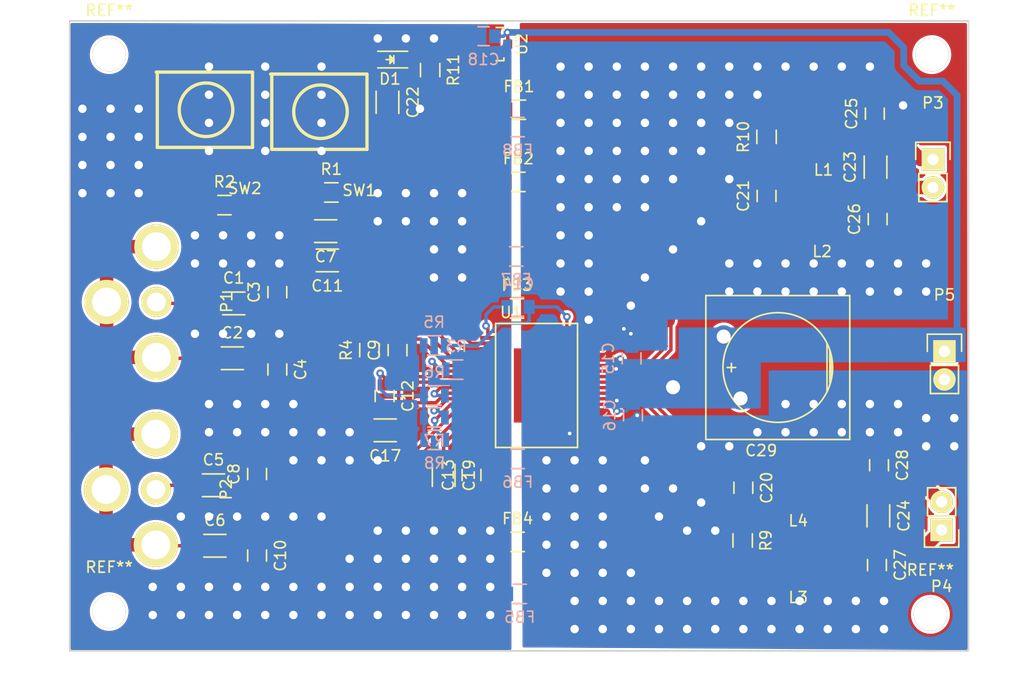
<source format=kicad_pcb>
(kicad_pcb (version 20221018) (generator pcbnew)
  (layers (0 "F.Cu" signal) (31 "B.Cu" signal) (34 "B.Paste" user) (35 "F.Paste" user) (36 "B.SilkS" user "B.Silkscreen") (37 "F.SilkS" user "F.Silkscreen") (38 "B.Mask" user) (39 "F.Mask" user) (44 "Edge.Cuts" user))
  (net 0 "")
  (net 1 "Net-(C1-Pad1)")
  (net 2 "Net-(C1-Pad2)")
  (net 3 "Net-(C2-Pad1)")
  (net 4 "Net-(C2-Pad2)")
  (net 5 "OGND")
  (net 6 "Net-(C5-Pad1)")
  (net 7 "Net-(C5-Pad2)")
  (net 8 "Net-(C6-Pad1)")
  (net 9 "Net-(C10-Pad1)")
  (net 10 "/STBY")
  (net 11 "Net-(C9-Pad2)")
  (net 12 "/MUTE")
  (net 13 "/VDDS")
  (net 14 "SGND")
  (net 15 "Net-(C13-Pad1)")
  (net 16 "Net-(C13-Pad2)")
  (net 17 "Net-(C14-Pad1)")
  (net 18 "Net-(C14-Pad2)")
  (net 19 "/VCC")
  (net 20 "Net-(C17-Pad1)")
  (net 21 "Net-(C19-Pad1)")
  (net 22 "Net-(C20-Pad1)")
  (net 23 "Net-(C20-Pad2)")
  (net 24 "Net-(C21-Pad1)")
  (net 25 "Net-(C21-Pad2)")
  (net 26 "/3V3")
  (net 27 "/OUTL-")
  (net 28 "/OUTL+")
  (net 29 "/OUTR-")
  (net 30 "/OUTR+")
  (net 31 "Net-(L1-Pad2)")
  (net 32 "Net-(L3-Pad2)")
  (net 33 "Net-(R1-Pad1)")
  (net 34 "Net-(R2-Pad1)")
  (net 35 "/SYNCLK")
  (net 36 "/DIAG")
  (net 37 "Net-(R7-Pad2)")
  (net 38 "Net-(R8-Pad2)")
  (net 39 "Net-(D1-Pad1)")
  (net 40 "GND")
  (footprint "Mounting_Holes:MountingHole_3mm" (layer "F.Cu") (at 125.59284 140.67028)
    (fp_text reference "REF**")
    (fp_text value "MountingHole_3mm")
  )
  (footprint "Capacitors_SMD:C_1206" (layer "F.Cu") (at 136.84504 112.84712)
    (fp_text reference "C1")
    (fp_text value "470N")
  )
  (footprint "Capacitors_SMD:C_1206" (layer "F.Cu") (at 136.71804 117.80012)
    (fp_text reference "C2")
    (fp_text value "470N")
  )
  (footprint "Capacitors_SMD:C_0805" (layer "F.Cu") (at 140.78204 111.83112 90)
    (fp_text reference "C3")
    (fp_text value "1N")
  )
  (footprint "Capacitors_SMD:C_0805" (layer "F.Cu") (at 140.78204 118.81612 -90)
    (fp_text reference "C4")
    (fp_text value "1N")
  )
  (footprint "Capacitors_SMD:C_1206" (layer "F.Cu") (at 135.01624 129.27076)
    (fp_text reference "C5")
    (fp_text value "470N")
  )
  (footprint "Capacitors_SMD:C_1206" (layer "F.Cu") (at 135.14324 134.73176)
    (fp_text reference "C6")
    (fp_text value "470N")
  )
  (footprint "Capacitors_SMD:C_1206" (layer "F.Cu") (at 145.14576 106.31932 180)
    (fp_text reference "C7")
    (fp_text value "2.2U")
  )
  (footprint "Capacitors_SMD:C_0805" (layer "F.Cu") (at 138.95324 128.25476 90)
    (fp_text reference "C8")
    (fp_text value "1N")
  )
  (footprint "Capacitors_SMD:C_0805" (layer "F.Cu") (at 151.638 117.0686 90)
    (fp_text reference "C9")
    (fp_text value "100N")
  )
  (footprint "Capacitors_SMD:C_0805" (layer "F.Cu") (at 138.95324 135.62076 -90)
    (fp_text reference "C10")
    (fp_text value "1N")
  )
  (footprint "Capacitors_SMD:C_1206" (layer "F.Cu") (at 145.29816 108.96092 180)
    (fp_text reference "C11")
    (fp_text value "2.2U")
  )
  (footprint "Capacitors_SMD:C_0805" (layer "F.Cu") (at 150.4696 121.2088 -90)
    (fp_text reference "C12")
    (fp_text value "100N")
  )
  (footprint "Capacitors_SMD:C_0805" (layer "F.Cu") (at 158.3182 128.3462 90)
    (fp_text reference "C13")
    (fp_text value "100N")
  )
  (footprint "Capacitors_SMD:C_1206" (layer "F.Cu") (at 150.5204 124.3076 180)
    (fp_text reference "C17")
    (fp_text value "2.2U")
  )
  (footprint "Capacitors_SMD:C_1206" (layer "F.Cu") (at 155.8036 128.3716 -90)
    (fp_text reference "C19")
    (fp_text value "2.2U")
  )
  (footprint "Capacitors_SMD:C_0805" (layer "F.Cu") (at 182.86984 129.49428 -90)
    (fp_text reference "C20")
    (fp_text value "330P")
  )
  (footprint "Capacitors_SMD:C_0805" (layer "F.Cu") (at 184.96534 103.14178 90)
    (fp_text reference "C21")
    (fp_text value "330P")
  )
  (footprint "Capacitors_SMD:C_1206" (layer "F.Cu") (at 150.72868 94.68028 -90)
    (fp_text reference "C22")
    (fp_text value "2.2U")
  )
  (footprint "Capacitors_SMD:C_1206" (layer "F.Cu") (at 194.80784 100.53828 90)
    (fp_text reference "C23")
    (fp_text value "470N")
  )
  (footprint "Capacitors_SMD:C_1206" (layer "F.Cu") (at 195.06184 132.03428 -90)
    (fp_text reference "C24")
    (fp_text value "470N")
  )
  (footprint "Capacitors_SMD:C_0805" (layer "F.Cu") (at 194.74434 95.71228 90)
    (fp_text reference "C25")
    (fp_text value "100N")
  )
  (footprint "Capacitors_SMD:C_0805" (layer "F.Cu") (at 194.99834 105.23728 90)
    (fp_text reference "C26")
    (fp_text value "100N")
  )
  (footprint "Capacitors_SMD:C_0805" (layer "F.Cu") (at 194.93484 136.47928 -90)
    (fp_text reference "C27")
    (fp_text value "100N")
  )
  (footprint "Capacitors_SMD:C_0805" (layer "F.Cu") (at 195.12534 127.46228 -90)
    (fp_text reference "C28")
    (fp_text value "100N")
  )
  (footprint "ClassD:c_elec_13.6x13.6" (layer "F.Cu") (at 185.98134 118.63578 180)
    (fp_text reference "C29")
    (fp_text value "1000U")
  )
  (footprint "ClassD:NRS6045T150MMGK" (layer "F.Cu") (at 190.10884 96.79178 180)
    (fp_text reference "L1")
    (fp_text value "15U")
  )
  (footprint "ClassD:NRS6045T150MMGK" (layer "F.Cu") (at 189.98184 104.15778 180)
    (fp_text reference "L2")
    (fp_text value "15U")
  )
  (footprint "ClassD:NRS6045T150MMGK" (layer "F.Cu") (at 187.82284 135.39978 180)
    (fp_text reference "L3")
    (fp_text value "15U")
  )
  (footprint "ClassD:NRS6045T150MMGK" (layer "F.Cu") (at 187.82284 128.47828 180)
    (fp_text reference "L4")
    (fp_text value "15U")
  )
  (footprint "ClassD:RCJ1x" (layer "F.Cu") (at 129.86004 112.72012 90)
    (fp_text reference "P1")
    (fp_text value "RedRCA")
  )
  (footprint "ClassD:RCJ1x" (layer "F.Cu") (at 129.80924 129.65176 90)
    (fp_text reference "P2")
    (fp_text value "WhiteRCA")
  )
  (footprint "Pin_Headers:Pin_Header_Straight_1x02" (layer "F.Cu") (at 199.98944 99.83978)
    (fp_text reference "P3")
    (fp_text value "CONN_01X02")
  )
  (footprint "Pin_Headers:Pin_Header_Straight_1x02" (layer "F.Cu") (at 200.77684 133.30428 180)
    (fp_text reference "P4")
    (fp_text value "CONN_01X02")
  )
  (footprint "Pin_Headers:Pin_Header_Straight_1x02" (layer "F.Cu") (at 201.03084 117.17528)
    (fp_text reference "P5")
    (fp_text value "CONN_01X02")
  )
  (footprint "Resistors_SMD:R_0805" (layer "F.Cu") (at 145.65884 102.82428)
    (fp_text reference "R1")
    (fp_text value "33K")
  )
  (footprint "Resistors_SMD:R_0805" (layer "F.Cu") (at 136.00684 103.96728)
    (fp_text reference "R2")
    (fp_text value "33K")
  )
  (footprint "Resistors_SMD:R_0805" (layer "F.Cu") (at 149.098 117.0686 90)
    (fp_text reference "R4")
    (fp_text value "39K")
  )
  (footprint "Resistors_SMD:R_0805" (layer "F.Cu") (at 182.80634 134.25678 -90)
    (fp_text reference "R9")
    (fp_text value "22")
  )
  (footprint "Resistors_SMD:R_0805" (layer "F.Cu") (at 184.96534 97.80778 90)
    (fp_text reference "R10")
    (fp_text value "22")
  )
  (footprint "ClassD:FSM2JSMAA-ND" (layer "F.Cu") (at 144.6784 95.53372)
    (fp_text reference "SW1")
    (fp_text value "SW_PUSH")
  )
  (footprint "ClassD:FSM2JSMAA-ND" (layer "F.Cu") (at 134.3406 95.35592)
    (fp_text reference "SW2")
    (fp_text value "SW_PUSH")
  )
  (footprint "ClassD:PowerSSO36-EPD" (layer "F.Cu") (at 167.894 125.857 180)
    (fp_text reference "U1")
    (fp_text value "TDA7491LP")
  )
  (footprint "TO_SOT_Packages_SMD:SOT-23" (layer "F.Cu") (at 160.59404 89.42578 -90)
    (fp_text reference "U2")
    (fp_text value "MCP1700T")
  )
  (footprint "LEDs:LED_0805" (layer "F.Cu") (at 150.9522 90.82456 180)
    (fp_text reference "D1")
    (fp_text value "LED")
  )
  (footprint "Resistors_SMD:R_0805" (layer "F.Cu") (at 154.5844 91.77452 -90)
    (fp_text reference "R11")
    (fp_text value "499")
  )
  (footprint "Resistors_SMD:R_0805" (layer "F.Cu") (at 162.60064 95.35668)
    (fp_text reference "FB1")
    (fp_text value "Ferrite")
  )
  (footprint "Resistors_SMD:R_0805" (layer "F.Cu") (at 162.54984 101.87178)
    (fp_text reference "FB2")
    (fp_text value "Ferrite")
  )
  (footprint "Resistors_SMD:R_0805" (layer "F.Cu") (at 162.42284 113.30178)
    (fp_text reference "FB3")
    (fp_text value "Ferrite")
  )
  (footprint "Resistors_SMD:R_0805" (layer "F.Cu") (at 162.48384 134.38378)
    (fp_text reference "FB4")
    (fp_text value "Ferrite")
  )
  (footprint "Mounting_Holes:MountingHole_3mm" (layer "F.Cu") (at 125.59284 90.37828)
    (fp_text reference "REF**")
    (fp_text value "MountingHole_3mm")
  )
  (footprint "Mounting_Holes:MountingHole_3mm" (layer "F.Cu") (at 199.76084 140.92428)
    (fp_text reference "REF**")
    (fp_text value "MountingHole_3mm")
  )
  (footprint "Mounting_Holes:MountingHole_3mm" (layer "F.Cu") (at 199.88784 90.37828)
    (fp_text reference "REF**")
    (fp_text value "MountingHole_3mm")
  )
  (footprint "ClassD:STITCH-VIA" (layer "F.Cu") (at 166.35984 91.45778)
    (fp_text reference "REF**11111111" hide)
    (fp_text value "STITCH-VIA" hide)
  )
  (footprint "ClassD:STITCH-VIA" (layer "F.Cu") (at 168.89984 91.45778)
    (fp_text reference "REF**11111121" hide)
    (fp_text value "STITCH-VIA" hide)
  )
  (footprint "ClassD:STITCH-VIA" (layer "F.Cu") (at 171.43984 91.45778)
    (fp_text reference "REF**11111131" hide)
    (fp_text value "STITCH-VIA" hide)
  )
  (footprint "ClassD:STITCH-VIA" (layer "F.Cu") (at 173.97984 91.45778)
    (fp_text reference "REF**11111141" hide)
    (fp_text value "STITCH-VIA" hide)
  )
  (footprint "ClassD:STITCH-VIA" (layer "F.Cu") (at 176.51984 91.45778)
    (fp_text reference "REF**11111151" hide)
    (fp_text value "STITCH-VIA" hide)
  )
  (footprint "ClassD:STITCH-VIA" (layer "F.Cu") (at 179.05984 91.45778)
    (fp_text reference "REF**11111161" hide)
    (fp_text value "STITCH-VIA" hide)
  )
  (footprint "ClassD:STITCH-VIA" (layer "F.Cu") (at 181.59984 91.45778)
    (fp_text reference "REF**11111171" hide)
    (fp_text value "STITCH-VIA" hide)
  )
  (footprint "ClassD:STITCH-VIA" (layer "F.Cu") (at 184.13984 91.45778)
    (fp_text reference "REF**11111181" hide)
    (fp_text value "STITCH-VIA" hide)
  )
  (footprint "ClassD:STITCH-VIA" (layer "F.Cu") (at 166.35984 93.99778)
    (fp_text reference "REF**11111112" hide)
    (fp_text value "STITCH-VIA" hide)
  )
  (footprint "ClassD:STITCH-VIA" (layer "F.Cu") (at 168.89984 93.99778)
    (fp_text reference "REF**11111122" hide)
    (fp_text value "STITCH-VIA" hide)
  )
  (footprint "ClassD:STITCH-VIA" (layer "F.Cu") (at 171.43984 93.99778)
    (fp_text reference "REF**11111132" hide)
    (fp_text value "STITCH-VIA" hide)
  )
  (footprint "ClassD:STITCH-VIA" (layer "F.Cu") (at 173.97984 93.99778)
    (fp_text reference "REF**11111142" hide)
    (fp_text value "STITCH-VIA" hide)
  )
  (footprint "ClassD:STITCH-VIA" (layer "F.Cu") (at 176.51984 93.99778)
    (fp_text reference "REF**11111152" hide)
    (fp_text value "STITCH-VIA" hide)
  )
  (footprint "ClassD:STITCH-VIA" (layer "F.Cu") (at 179.05984 93.99778)
    (fp_text reference "REF**11111162" hide)
    (fp_text value "STITCH-VIA" hide)
  )
  (footprint "ClassD:STITCH-VIA" (layer "F.Cu") (at 181.59984 93.99778)
    (fp_text reference "REF**11111172" hide)
    (fp_text value "STITCH-VIA" hide)
  )
  (footprint "ClassD:STITCH-VIA" (layer "F.Cu") (at 184.13984 93.99778)
    (fp_text reference "REF**11111182" hide)
    (fp_text value "STITCH-VIA" hide)
  )
  (footprint "ClassD:STITCH-VIA" (layer "F.Cu") (at 186.67984 91.45778)
    (fp_text reference "REF**11111192" hide)
    (fp_text value "STITCH-VIA" hide)
  )
  (footprint "ClassD:STITCH-VIA" (layer "F.Cu") (at 189.21984 91.45778)
    (fp_text reference "REF**111111102" hide)
    (fp_text value "STITCH-VIA" hide)
  )
  (footprint "ClassD:STITCH-VIA" (layer "F.Cu") (at 191.75984 91.45778)
    (fp_text reference "REF**111111112" hide)
    (fp_text value "STITCH-VIA" hide)
  )
  (footprint "ClassD:STITCH-VIA" (layer "F.Cu") (at 194.29984 91.45778)
    (fp_text reference "REF**111111122" hide)
    (fp_text value "STITCH-VIA" hide)
  )
  (footprint "ClassD:STITCH-VIA" (layer "F.Cu") (at 197.29704 94.96298)
    (fp_text reference "REF**111111132" hide)
    (fp_text value "STITCH-VIA" hide)
  )
  (footprint "ClassD:STITCH-VIA" (layer "F.Cu") (at 166.35984 96.53778)
    (fp_text reference "REF**111111111" hide)
    (fp_text value "STITCH-VIA" hide)
  )
  (footprint "ClassD:STITCH-VIA" (layer "F.Cu") (at 168.89984 96.53778)
    (fp_text reference "REF**111111121" hide)
    (fp_text value "STITCH-VIA" hide)
  )
  (footprint "ClassD:STITCH-VIA" (layer "F.Cu") (at 171.43984 96.53778)
    (fp_text reference "REF**111111131" hide)
    (fp_text value "STITCH-VIA" hide)
  )
  (footprint "ClassD:STITCH-VIA" (layer "F.Cu") (at 173.97984 96.53778)
    (fp_text reference "REF**111111141" hide)
    (fp_text value "STITCH-VIA" hide)
  )
  (footprint "ClassD:STITCH-VIA" (layer "F.Cu") (at 176.51984 96.53778)
    (fp_text reference "REF**111111151" hide)
    (fp_text value "STITCH-VIA" hide)
  )
  (footprint "ClassD:STITCH-VIA" (layer "F.Cu") (at 179.05984 96.53778)
    (fp_text reference "REF**111111161" hide)
    (fp_text value "STITCH-VIA" hide)
  )
  (footprint "ClassD:STITCH-VIA" (layer "F.Cu") (at 181.59984 96.53778)
    (fp_text reference "REF**111111171" hide)
    (fp_text value "STITCH-VIA" hide)
  )
  (footprint "ClassD:STITCH-VIA" (layer "F.Cu") (at 166.35984 99.07778)
    (fp_text reference "REF**111111112" hide)
    (fp_text value "STITCH-VIA" hide)
  )
  (footprint "ClassD:STITCH-VIA" (layer "F.Cu") (at 168.89984 99.07778)
    (fp_text reference "REF**111111122" hide)
    (fp_text value "STITCH-VIA" hide)
  )
  (footprint "ClassD:STITCH-VIA" (layer "F.Cu") (at 171.43984 99.07778)
    (fp_text reference "REF**111111132" hide)
    (fp_text value "STITCH-VIA" hide)
  )
  (footprint "ClassD:STITCH-VIA" (layer "F.Cu") (at 173.97984 99.07778)
    (fp_text reference "REF**111111142" hide)
    (fp_text value "STITCH-VIA" hide)
  )
  (footprint "ClassD:STITCH-VIA" (layer "F.Cu") (at 176.51984 99.07778)
    (fp_text reference "REF**111111152" hide)
    (fp_text value "STITCH-VIA" hide)
  )
  (footprint "ClassD:STITCH-VIA" (layer "F.Cu") (at 179.05984 99.07778)
    (fp_text reference "REF**111111162" hide)
    (fp_text value "STITCH-VIA" hide)
  )
  (footprint "ClassD:STITCH-VIA" (layer "F.Cu") (at 168.89984 101.61778)
    (fp_text reference "REF**11111121" hide)
    (fp_text value "STITCH-VIA" hide)
  )
  (footprint "ClassD:STITCH-VIA" (layer "F.Cu") (at 166.35984 101.61778)
    (fp_text reference "REF**11111111" hide)
    (fp_text value "STITCH-VIA" hide)
  )
  (footprint "ClassD:STITCH-VIA" (layer "F.Cu") (at 166.35984 104.15778)
    (fp_text reference "REF**111111111" hide)
    (fp_text value "STITCH-VIA" hide)
  )
  (footprint "ClassD:STITCH-VIA" (layer "F.Cu") (at 168.89984 104.15778)
    (fp_text reference "REF**111111121" hide)
    (fp_text value "STITCH-VIA" hide)
  )
  (footprint "ClassD:STITCH-VIA" (layer "F.Cu") (at 171.43984 104.15778)
    (fp_text reference "REF**111111131" hide)
    (fp_text value "STITCH-VIA" hide)
  )
  (footprint "ClassD:STITCH-VIA" (layer "F.Cu") (at 171.43984 101.61778)
    (fp_text reference "REF**11111131" hide)
    (fp_text value "STITCH-VIA" hide)
  )
  (footprint "ClassD:STITCH-VIA" (layer "F.Cu") (at 173.97984 101.61778)
    (fp_text reference "REF**11111141" hide)
    (fp_text value "STITCH-VIA" hide)
  )
  (footprint "ClassD:STITCH-VIA" (layer "F.Cu") (at 173.97984 104.15778)
    (fp_text reference "REF**111111141" hide)
    (fp_text value "STITCH-VIA" hide)
  )
  (footprint "ClassD:STITCH-VIA" (layer "F.Cu") (at 176.51984 101.61778)
    (fp_text reference "REF**111111152" hide)
    (fp_text value "STITCH-VIA" hide)
  )
  (footprint "ClassD:STITCH-VIA" (layer "F.Cu") (at 168.89984 109.23778)
    (fp_text reference "REF**111111121" hide)
    (fp_text value "STITCH-VIA" hide)
  )
  (footprint "ClassD:STITCH-VIA" (layer "F.Cu") (at 168.89984 106.69778)
    (fp_text reference "REF**11111122" hide)
    (fp_text value "STITCH-VIA" hide)
  )
  (footprint "ClassD:STITCH-VIA" (layer "F.Cu") (at 166.35984 109.23778)
    (fp_text reference "REF**111111111" hide)
    (fp_text value "STITCH-VIA" hide)
  )
  (footprint "ClassD:STITCH-VIA" (layer "F.Cu") (at 166.35984 106.69778)
    (fp_text reference "REF**11111112" hide)
    (fp_text value "STITCH-VIA" hide)
  )
  (footprint "ClassD:STITCH-VIA" (layer "F.Cu") (at 168.89984 114.31778)
    (fp_text reference "REF**111111121" hide)
    (fp_text value "STITCH-VIA" hide)
  )
  (footprint "ClassD:STITCH-VIA" (layer "F.Cu") (at 168.89984 111.77778)
    (fp_text reference "REF**11111122" hide)
    (fp_text value "STITCH-VIA" hide)
  )
  (footprint "ClassD:STITCH-VIA" (layer "F.Cu") (at 166.35984 111.77778)
    (fp_text reference "REF**11111112" hide)
    (fp_text value "STITCH-VIA" hide)
  )
  (footprint "ClassD:STITCH-VIA" (layer "F.Cu") (at 184.13984 111.77778)
    (fp_text reference "REF**111111121" hide)
    (fp_text value "STITCH-VIA" hide)
  )
  (footprint "ClassD:STITCH-VIA" (layer "F.Cu") (at 184.13984 109.23778)
    (fp_text reference "REF**11111122" hide)
    (fp_text value "STITCH-VIA" hide)
  )
  (footprint "ClassD:STITCH-VIA" (layer "F.Cu") (at 181.59984 111.77778)
    (fp_text reference "REF**111111111" hide)
    (fp_text value "STITCH-VIA" hide)
  )
  (footprint "ClassD:STITCH-VIA" (layer "F.Cu") (at 181.59984 109.23778)
    (fp_text reference "REF**11111112" hide)
    (fp_text value "STITCH-VIA" hide)
  )
  (footprint "ClassD:STITCH-VIA" (layer "F.Cu") (at 189.21984 111.77778)
    (fp_text reference "REF**111111121" hide)
    (fp_text value "STITCH-VIA" hide)
  )
  (footprint "ClassD:STITCH-VIA" (layer "F.Cu") (at 189.21984 109.23778)
    (fp_text reference "REF**11111122" hide)
    (fp_text value "STITCH-VIA" hide)
  )
  (footprint "ClassD:STITCH-VIA" (layer "F.Cu") (at 186.67984 111.77778)
    (fp_text reference "REF**111111111" hide)
    (fp_text value "STITCH-VIA" hide)
  )
  (footprint "ClassD:STITCH-VIA" (layer "F.Cu") (at 186.67984 109.23778)
    (fp_text reference "REF**11111112" hide)
    (fp_text value "STITCH-VIA" hide)
  )
  (footprint "ClassD:STITCH-VIA" (layer "F.Cu") (at 194.29984 111.77778)
    (fp_text reference "REF**111111121" hide)
    (fp_text value "STITCH-VIA" hide)
  )
  (footprint "ClassD:STITCH-VIA" (layer "F.Cu") (at 194.29984 109.23778)
    (fp_text reference "REF**11111122" hide)
    (fp_text value "STITCH-VIA" hide)
  )
  (footprint "ClassD:STITCH-VIA" (layer "F.Cu") (at 191.75984 111.77778)
    (fp_text reference "REF**111111111" hide)
    (fp_text value "STITCH-VIA" hide)
  )
  (footprint "ClassD:STITCH-VIA" (layer "F.Cu") (at 191.75984 109.23778)
    (fp_text reference "REF**11111112" hide)
    (fp_text value "STITCH-VIA" hide)
  )
  (footprint "ClassD:STITCH-VIA" (layer "F.Cu") (at 199.37984 111.77778)
    (fp_text reference "REF**111111121" hide)
    (fp_text value "STITCH-VIA" hide)
  )
  (footprint "ClassD:STITCH-VIA" (layer "F.Cu") (at 199.37984 109.23778)
    (fp_text reference "REF**11111122" hide)
    (fp_text value "STITCH-VIA" hide)
  )
  (footprint "ClassD:STITCH-VIA" (layer "F.Cu") (at 196.83984 111.77778)
    (fp_text reference "REF**111111111" hide)
    (fp_text value "STITCH-VIA" hide)
  )
  (footprint "ClassD:STITCH-VIA" (layer "F.Cu") (at 196.83984 109.23778)
    (fp_text reference "REF**11111112" hide)
    (fp_text value "STITCH-VIA" hide)
  )
  (footprint "ClassD:STITCH-VIA" (layer "F.Cu") (at 201.91984 123.20778)
    (fp_text reference "REF**11111122" hide)
    (fp_text value "STITCH-VIA" hide)
  )
  (footprint "ClassD:STITCH-VIA" (layer "F.Cu") (at 201.91984 125.74778)
    (fp_text reference "REF**111111121" hide)
    (fp_text value "STITCH-VIA" hide)
  )
  (footprint "ClassD:STITCH-VIA" (layer "F.Cu") (at 199.37984 125.74778)
    (fp_text reference "REF**111111121" hide)
    (fp_text value "STITCH-VIA" hide)
  )
  (footprint "ClassD:STITCH-VIA" (layer "F.Cu") (at 199.37984 123.20778)
    (fp_text reference "REF**11111122" hide)
    (fp_text value "STITCH-VIA" hide)
  )
  (footprint "ClassD:STITCH-VIA" (layer "F.Cu") (at 196.83984 121.93778)
    (fp_text reference "REF**11111122" hide)
    (fp_text value "STITCH-VIA" hide)
  )
  (footprint "ClassD:STITCH-VIA" (layer "F.Cu") (at 196.83984 124.47778)
    (fp_text reference "REF**111111121" hide)
    (fp_text value "STITCH-VIA" hide)
  )
  (footprint "ClassD:STITCH-VIA" (layer "F.Cu") (at 194.29984 124.47778)
    (fp_text reference "REF**111111121" hide)
    (fp_text value "STITCH-VIA" hide)
  )
  (footprint "ClassD:STITCH-VIA" (layer "F.Cu") (at 194.29984 121.93778)
    (fp_text reference "REF**11111122" hide)
    (fp_text value "STITCH-VIA" hide)
  )
  (footprint "ClassD:STITCH-VIA" (layer "F.Cu") (at 191.75984 121.93778)
    (fp_text reference "REF**11111122" hide)
    (fp_text value "STITCH-VIA" hide)
  )
  (footprint "ClassD:STITCH-VIA" (layer "F.Cu") (at 191.75984 124.47778)
    (fp_text reference "REF**111111121" hide)
    (fp_text value "STITCH-VIA" hide)
  )
  (footprint "ClassD:STITCH-VIA" (layer "F.Cu") (at 189.21984 121.93778)
    (fp_text reference "REF**11111122" hide)
    (fp_text value "STITCH-VIA" hide)
  )
  (footprint "ClassD:STITCH-VIA" (layer "F.Cu") (at 189.21984 124.47778)
    (fp_text reference "REF**111111121" hide)
    (fp_text value "STITCH-VIA" hide)
  )
  (footprint "ClassD:STITCH-VIA" (layer "F.Cu") (at 186.67984 121.93778)
    (fp_text reference "REF**11111122" hide)
    (fp_text value "STITCH-VIA" hide)
  )
  (footprint "ClassD:STITCH-VIA" (layer "F.Cu") (at 186.67984 124.47778)
    (fp_text reference "REF**111111121" hide)
    (fp_text value "STITCH-VIA" hide)
  )
  (footprint "ClassD:STITCH-VIA" (layer "F.Cu") (at 184.13984 124.47778)
    (fp_text reference "REF**111111121" hide)
    (fp_text value "STITCH-VIA" hide)
  )
  (footprint "ClassD:STITCH-VIA" (layer "F.Cu") (at 173.97984 127.01778)
    (fp_text reference "REF**111111121" hide)
    (fp_text value "STITCH-VIA" hide)
  )
  (footprint "ClassD:STITCH-VIA" (layer "F.Cu") (at 173.97984 129.55778)
    (fp_text reference "REF**111111121" hide)
    (fp_text value "STITCH-VIA" hide)
  )
  (footprint "ClassD:STITCH-VIA" (layer "F.Cu") (at 175.24984 132.09778)
    (fp_text reference "REF**111111121" hide)
    (fp_text value "STITCH-VIA" hide)
  )
  (footprint "ClassD:STITCH-VIA" (layer "F.Cu") (at 179.05984 130.82778)
    (fp_text reference "REF**111111121" hide)
    (fp_text value "STITCH-VIA" hide)
  )
  (footprint "ClassD:STITCH-VIA" (layer "F.Cu") (at 180.32984 133.36778)
    (fp_text reference "REF**111111121" hide)
    (fp_text value "STITCH-VIA" hide)
  )
  (footprint "ClassD:STITCH-VIA" (layer "F.Cu") (at 177.78984 133.36778)
    (fp_text reference "REF**111111121" hide)
    (fp_text value "STITCH-VIA" hide)
  )
  (footprint "ClassD:STITCH-VIA" (layer "F.Cu") (at 176.51984 129.55778)
    (fp_text reference "REF**111111121" hide)
    (fp_text value "STITCH-VIA" hide)
  )
  (footprint "ClassD:STITCH-VIA" (layer "F.Cu") (at 181.59984 125.74778)
    (fp_text reference "REF**111111121" hide)
    (fp_text value "STITCH-VIA" hide)
  )
  (footprint "ClassD:STITCH-VIA" (layer "F.Cu") (at 179.05984 125.74778)
    (fp_text reference "REF**111111121" hide)
    (fp_text value "STITCH-VIA" hide)
  )
  (footprint "ClassD:STITCH-VIA" (layer "F.Cu") (at 172.70984 113.04778)
    (fp_text reference "REF**111111121" hide)
    (fp_text value "STITCH-VIA" hide)
  )
  (footprint "ClassD:STITCH-VIA" (layer "F.Cu") (at 173.97984 110.50778)
    (fp_text reference "REF**111111121" hide)
    (fp_text value "STITCH-VIA" hide)
  )
  (footprint "ClassD:STITCH-VIA" (layer "F.Cu") (at 176.51984 107.96778)
    (fp_text reference "REF**111111121" hide)
    (fp_text value "STITCH-VIA" hide)
  )
  (footprint "ClassD:STITCH-VIA" (layer "F.Cu") (at 179.05984 105.42778)
    (fp_text reference "REF**111111121" hide)
    (fp_text value "STITCH-VIA" hide)
  )
  (footprint "ClassD:STITCH-VIA" (layer "F.Cu") (at 181.59984 101.61778)
    (fp_text reference "REF**111111121" hide)
    (fp_text value "STITCH-VIA" hide)
  )
  (footprint "ClassD:STITCH-VIA" (layer "F.Cu") (at 187.94984 142.25778)
    (fp_text reference "REF**111111121" hide)
    (fp_text value "STITCH-VIA" hide)
  )
  (footprint "ClassD:STITCH-VIA" (layer "F.Cu") (at 195.56984 142.25778)
    (fp_text reference "REF**111111121" hide)
    (fp_text value "STITCH-VIA" hide)
  )
  (footprint "ClassD:STITCH-VIA" (layer "F.Cu") (at 193.02984 142.25778)
    (fp_text reference "REF**111111121" hide)
    (fp_text value "STITCH-VIA" hide)
  )
  (footprint "ClassD:STITCH-VIA" (layer "F.Cu") (at 195.56984 139.71778)
    (fp_text reference "REF**11111122" hide)
    (fp_text value "STITCH-VIA" hide)
  )
  (footprint "ClassD:STITCH-VIA" (layer "F.Cu") (at 193.02984 139.71778)
    (fp_text reference "REF**11111122" hide)
    (fp_text value "STITCH-VIA" hide)
  )
  (footprint "ClassD:STITCH-VIA" (layer "F.Cu") (at 190.48984 142.25778)
    (fp_text reference "REF**111111121" hide)
    (fp_text value "STITCH-VIA" hide)
  )
  (footprint "ClassD:STITCH-VIA" (layer "F.Cu") (at 187.94984 139.71778)
    (fp_text reference "REF**11111122" hide)
    (fp_text value "STITCH-VIA" hide)
  )
  (footprint "ClassD:STITCH-VIA" (layer "F.Cu") (at 190.48984 139.71778)
    (fp_text reference "REF**11111122" hide)
    (fp_text value "STITCH-VIA" hide)
  )
  (footprint "ClassD:STITCH-VIA" (layer "F.Cu") (at 177.78984 142.25778)
    (fp_text reference "REF**111111121" hide)
    (fp_text value "STITCH-VIA" hide)
  )
  (footprint "ClassD:STITCH-VIA" (layer "F.Cu") (at 185.40984 142.25778)
    (fp_text reference "REF**111111121" hide)
    (fp_text value "STITCH-VIA" hide)
  )
  (footprint "ClassD:STITCH-VIA" (layer "F.Cu") (at 182.86984 142.25778)
    (fp_text reference "REF**111111121" hide)
    (fp_text value "STITCH-VIA" hide)
  )
  (footprint "ClassD:STITCH-VIA" (layer "F.Cu") (at 185.40984 139.71778)
    (fp_text reference "REF**11111122" hide)
    (fp_text value "STITCH-VIA" hide)
  )
  (footprint "ClassD:STITCH-VIA" (layer "F.Cu") (at 182.86984 139.71778)
    (fp_text reference "REF**11111122" hide)
    (fp_text value "STITCH-VIA" hide)
  )
  (footprint "ClassD:STITCH-VIA" (layer "F.Cu") (at 180.32984 142.25778)
    (fp_text reference "REF**111111121" hide)
    (fp_text value "STITCH-VIA" hide)
  )
  (footprint "ClassD:STITCH-VIA" (layer "F.Cu") (at 177.78984 139.71778)
    (fp_text reference "REF**11111122" hide)
    (fp_text value "STITCH-VIA" hide)
  )
  (footprint "ClassD:STITCH-VIA" (layer "F.Cu") (at 180.32984 139.71778)
    (fp_text reference "REF**11111122" hide)
    (fp_text value "STITCH-VIA" hide)
  )
  (footprint "ClassD:STITCH-VIA" (layer "F.Cu") (at 167.62984 142.25778)
    (fp_text reference "REF**111111121" hide)
    (fp_text value "STITCH-VIA" hide)
  )
  (footprint "ClassD:STITCH-VIA" (layer "F.Cu") (at 175.24984 142.25778)
    (fp_text reference "REF**111111121" hide)
    (fp_text value "STITCH-VIA" hide)
  )
  (footprint "ClassD:STITCH-VIA" (layer "F.Cu") (at 172.70984 142.25778)
    (fp_text reference "REF**111111121" hide)
    (fp_text value "STITCH-VIA" hide)
  )
  (footprint "ClassD:STITCH-VIA" (layer "F.Cu") (at 175.24984 139.71778)
    (fp_text reference "REF**11111122" hide)
    (fp_text value "STITCH-VIA" hide)
  )
  (footprint "ClassD:STITCH-VIA" (layer "F.Cu") (at 172.70984 139.71778)
    (fp_text reference "REF**11111122" hide)
    (fp_text value "STITCH-VIA" hide)
  )
  (footprint "ClassD:STITCH-VIA" (layer "F.Cu") (at 170.16984 142.25778)
    (fp_text reference "REF**111111121" hide)
    (fp_text value "STITCH-VIA" hide)
  )
  (footprint "ClassD:STITCH-VIA" (layer "F.Cu") (at 167.62984 139.71778)
    (fp_text reference "REF**11111122" hide)
    (fp_text value "STITCH-VIA" hide)
  )
  (footprint "ClassD:STITCH-VIA" (layer "F.Cu") (at 170.16984 139.71778)
    (fp_text reference "REF**11111122" hide)
    (fp_text value "STITCH-VIA" hide)
  )
  (footprint "ClassD:STITCH-VIA" (layer "F.Cu") (at 167.62984 137.17778)
    (fp_text reference "REF**11111122" hide)
    (fp_text value "STITCH-VIA" hide)
  )
  (footprint "ClassD:STITCH-VIA" (layer "F.Cu") (at 165.08984 137.17778)
    (fp_text reference "REF**11111122" hide)
    (fp_text value "STITCH-VIA" hide)
  )
  (footprint "ClassD:STITCH-VIA" (layer "F.Cu") (at 170.16984 137.17778)
    (fp_text reference "REF**11111122" hide)
    (fp_text value "STITCH-VIA" hide)
  )
  (footprint "ClassD:STITCH-VIA" (layer "F.Cu") (at 172.70984 137.17778)
    (fp_text reference "REF**11111122" hide)
    (fp_text value "STITCH-VIA" hide)
  )
  (footprint "ClassD:STITCH-VIA" (layer "F.Cu") (at 167.62984 134.63778)
    (fp_text reference "REF**11111122" hide)
    (fp_text value "STITCH-VIA" hide)
  )
  (footprint "ClassD:STITCH-VIA" (layer "F.Cu") (at 165.08984 134.63778)
    (fp_text reference "REF**11111122" hide)
    (fp_text value "STITCH-VIA" hide)
  )
  (footprint "ClassD:STITCH-VIA" (layer "F.Cu") (at 170.16984 134.63778)
    (fp_text reference "REF**11111122" hide)
    (fp_text value "STITCH-VIA" hide)
  )
  (footprint "ClassD:STITCH-VIA" (layer "F.Cu") (at 167.62984 132.09778)
    (fp_text reference "REF**11111122" hide)
    (fp_text value "STITCH-VIA" hide)
  )
  (footprint "ClassD:STITCH-VIA" (layer "F.Cu") (at 165.08984 132.09778)
    (fp_text reference "REF**11111122" hide)
    (fp_text value "STITCH-VIA" hide)
  )
  (footprint "ClassD:STITCH-VIA" (layer "F.Cu") (at 170.16984 132.09778)
    (fp_text reference "REF**11111122" hide)
    (fp_text value "STITCH-VIA" hide)
  )
  (footprint "ClassD:STITCH-VIA" (layer "F.Cu") (at 167.62984 129.55778)
    (fp_text reference "REF**11111122" hide)
    (fp_text value "STITCH-VIA" hide)
  )
  (footprint "ClassD:STITCH-VIA" (layer "F.Cu") (at 165.08984 129.55778)
    (fp_text reference "REF**11111122" hide)
    (fp_text value "STITCH-VIA" hide)
  )
  (footprint "ClassD:STITCH-VIA" (layer "F.Cu") (at 170.16984 129.55778)
    (fp_text reference "REF**11111122" hide)
    (fp_text value "STITCH-VIA" hide)
  )
  (footprint "ClassD:STITCH-VIA" (layer "F.Cu") (at 165.08984 127.01778)
    (fp_text reference "REF**11111122" hide)
    (fp_text value "STITCH-VIA" hide)
  )
  (footprint "ClassD:STITCH-VIA" (layer "F.Cu") (at 167.62984 127.01778)
    (fp_text reference "REF**11111122" hide)
    (fp_text value "STITCH-VIA" hide)
  )
  (footprint "ClassD:STITCH-VIA" (layer "F.Cu") (at 170.16984 127.01778)
    (fp_text reference "REF**11111122" hide)
    (fp_text value "STITCH-VIA" hide)
  )
  (footprint "ClassD:STITCH-VIA" (layer "F.Cu") (at 154.92984 88.91778)
    (fp_text reference "REF**11111111" hide)
    (fp_text value "STITCH-VIA" hide)
  )
  (footprint "ClassD:STITCH-VIA" (layer "F.Cu") (at 152.38984 88.91778)
    (fp_text reference "REF**11111111" hide)
    (fp_text value "STITCH-VIA" hide)
  )
  (footprint "ClassD:STITCH-VIA" (layer "F.Cu") (at 149.84984 88.91778)
    (fp_text reference "REF**11111111" hide)
    (fp_text value "STITCH-VIA" hide)
  )
  (footprint "ClassD:STITCH-VIA" (layer "F.Cu") (at 153.65984 95.26778)
    (fp_text reference "REF**11111111" hide)
    (fp_text value "STITCH-VIA" hide)
  )
  (footprint "ClassD:STITCH-VIA" (layer "F.Cu") (at 144.76984 99.07778)
    (fp_text reference "REF**11111111" hide)
    (fp_text value "STITCH-VIA" hide)
  )
  (footprint "ClassD:STITCH-VIA" (layer "F.Cu") (at 144.76984 93.99778)
    (fp_text reference "REF**11111111" hide)
    (fp_text value "STITCH-VIA" hide)
  )
  (footprint "ClassD:STITCH-VIA" (layer "F.Cu") (at 144.76984 91.45778)
    (fp_text reference "REF**11111111" hide)
    (fp_text value "STITCH-VIA" hide)
  )
  (footprint "ClassD:STITCH-VIA" (layer "F.Cu") (at 144.76984 96.53778)
    (fp_text reference "REF**11111111" hide)
    (fp_text value "STITCH-VIA" hide)
  )
  (footprint "ClassD:STITCH-VIA" (layer "F.Cu") (at 139.68984 99.07778)
    (fp_text reference "REF**11111111" hide)
    (fp_text value "STITCH-VIA" hide)
  )
  (footprint "ClassD:STITCH-VIA" (layer "F.Cu") (at 139.68984 93.99778)
    (fp_text reference "REF**11111111" hide)
    (fp_text value "STITCH-VIA" hide)
  )
  (footprint "ClassD:STITCH-VIA" (layer "F.Cu") (at 139.68984 91.45778)
    (fp_text reference "REF**11111111" hide)
    (fp_text value "STITCH-VIA" hide)
  )
  (footprint "ClassD:STITCH-VIA" (layer "F.Cu") (at 139.68984 96.53778)
    (fp_text reference "REF**11111111" hide)
    (fp_text value "STITCH-VIA" hide)
  )
  (footprint "ClassD:STITCH-VIA" (layer "F.Cu") (at 134.60984 99.07778)
    (fp_text reference "REF**11111111" hide)
    (fp_text value "STITCH-VIA" hide)
  )
  (footprint "ClassD:STITCH-VIA" (layer "F.Cu") (at 134.60984 93.99778)
    (fp_text reference "REF**11111111" hide)
    (fp_text value "STITCH-VIA" hide)
  )
  (footprint "ClassD:STITCH-VIA" (layer "F.Cu") (at 134.60984 91.45778)
    (fp_text reference "REF**11111111" hide)
    (fp_text value "STITCH-VIA" hide)
  )
  (footprint "ClassD:STITCH-VIA" (layer "F.Cu") (at 134.60984 96.53778)
    (fp_text reference "REF**11111111" hide)
    (fp_text value "STITCH-VIA" hide)
  )
  (footprint "ClassD:STITCH-VIA" (layer "F.Cu") (at 123.17984 102.88778)
    (fp_text reference "REF**11111111" hide)
    (fp_text value "STITCH-VIA" hide)
  )
  (footprint "ClassD:STITCH-VIA" (layer "F.Cu") (at 123.17984 97.80778)
    (fp_text reference "REF**11111111" hide)
    (fp_text value "STITCH-VIA" hide)
  )
  (footprint "ClassD:STITCH-VIA" (layer "F.Cu") (at 123.17984 95.26778)
    (fp_text reference "REF**11111111" hide)
    (fp_text value "STITCH-VIA" hide)
  )
  (footprint "ClassD:STITCH-VIA" (layer "F.Cu") (at 123.17984 100.34778)
    (fp_text reference "REF**11111111" hide)
    (fp_text value "STITCH-VIA" hide)
  )
  (footprint "ClassD:STITCH-VIA" (layer "F.Cu") (at 125.71984 102.88778)
    (fp_text reference "REF**11111111" hide)
    (fp_text value "STITCH-VIA" hide)
  )
  (footprint "ClassD:STITCH-VIA" (layer "F.Cu") (at 125.71984 97.80778)
    (fp_text reference "REF**11111111" hide)
    (fp_text value "STITCH-VIA" hide)
  )
  (footprint "ClassD:STITCH-VIA" (layer "F.Cu") (at 125.71984 95.26778)
    (fp_text reference "REF**11111111" hide)
    (fp_text value "STITCH-VIA" hide)
  )
  (footprint "ClassD:STITCH-VIA" (layer "F.Cu") (at 125.71984 100.34778)
    (fp_text reference "REF**11111111" hide)
    (fp_text value "STITCH-VIA" hide)
  )
  (footprint "ClassD:STITCH-VIA" (layer "F.Cu") (at 128.25984 102.88778)
    (fp_text reference "REF**11111111" hide)
    (fp_text value "STITCH-VIA" hide)
  )
  (footprint "ClassD:STITCH-VIA" (layer "F.Cu") (at 128.25984 97.80778)
    (fp_text reference "REF**11111111" hide)
    (fp_text value "STITCH-VIA" hide)
  )
  (footprint "ClassD:STITCH-VIA" (layer "F.Cu") (at 128.25984 95.26778)
    (fp_text reference "REF**11111111" hide)
    (fp_text value "STITCH-VIA" hide)
  )
  (footprint "ClassD:STITCH-VIA" (layer "F.Cu") (at 128.25984 100.34778)
    (fp_text reference "REF**11111111" hide)
    (fp_text value "STITCH-VIA" hide)
  )
  (footprint "ClassD:STITCH-VIA" (layer "F.Cu") (at 135.87984 106.69778)
    (fp_text reference "REF**11111111" hide)
    (fp_text value "STITCH-VIA" hide)
  )
  (footprint "ClassD:STITCH-VIA" (layer "F.Cu") (at 133.33984 106.69778)
    (fp_text reference "REF**11111111" hide)
    (fp_text value "STITCH-VIA" hide)
  )
  (footprint "ClassD:STITCH-VIA" (layer "F.Cu") (at 138.41984 106.69778)
    (fp_text reference "REF**11111111" hide)
    (fp_text value "STITCH-VIA" hide)
  )
  (footprint "ClassD:STITCH-VIA" (layer "F.Cu") (at 140.95984 106.69778)
    (fp_text reference "REF**11111111" hide)
    (fp_text value "STITCH-VIA" hide)
  )
  (footprint "ClassD:STITCH-VIA" (layer "F.Cu") (at 140.95984 109.23778)
    (fp_text reference "REF**11111111" hide)
    (fp_text value "STITCH-VIA" hide)
  )
  (footprint "ClassD:STITCH-VIA" (layer "F.Cu") (at 138.41984 109.23778)
    (fp_text reference "REF**11111111" hide)
    (fp_text value "STITCH-VIA" hide)
  )
  (footprint "ClassD:STITCH-VIA" (layer "F.Cu") (at 135.87984 109.23778)
    (fp_text reference "REF**11111111" hide)
    (fp_text value "STITCH-VIA" hide)
  )
  (footprint "ClassD:STITCH-VIA" (layer "F.Cu") (at 133.33984 109.23778)
    (fp_text reference "REF**11111111" hide)
    (fp_text value "STITCH-VIA" hide)
  )
  (footprint "ClassD:STITCH-VIA" (layer "F.Cu") (at 140.95984 115.58778)
    (fp_text reference "REF**11111111" hide)
    (fp_text value "STITCH-VIA" hide)
  )
  (footprint "ClassD:STITCH-VIA" (layer "F.Cu") (at 138.41984 115.58778)
    (fp_text reference "REF**11111111" hide)
    (fp_text value "STITCH-VIA" hide)
  )
  (footprint "ClassD:STITCH-VIA" (layer "F.Cu") (at 135.87984 115.58778)
    (fp_text reference "REF**11111111" hide)
    (fp_text value "STITCH-VIA" hide)
  )
  (footprint "ClassD:STITCH-VIA" (layer "F.Cu") (at 133.33984 115.58778)
    (fp_text reference "REF**11111111" hide)
    (fp_text value "STITCH-VIA" hide)
  )
  (footprint "ClassD:STITCH-VIA" (layer "F.Cu") (at 142.22984 121.93778)
    (fp_text reference "REF**11111111" hide)
    (fp_text value "STITCH-VIA" hide)
  )
  (footprint "ClassD:STITCH-VIA" (layer "F.Cu") (at 139.68984 121.93778)
    (fp_text reference "REF**11111111" hide)
    (fp_text value "STITCH-VIA" hide)
  )
  (footprint "ClassD:STITCH-VIA" (layer "F.Cu") (at 137.14984 121.93778)
    (fp_text reference "REF**11111111" hide)
    (fp_text value "STITCH-VIA" hide)
  )
  (footprint "ClassD:STITCH-VIA" (layer "F.Cu") (at 134.60984 121.93778)
    (fp_text reference "REF**11111111" hide)
    (fp_text value "STITCH-VIA" hide)
  )
  (footprint "ClassD:STITCH-VIA" (layer "F.Cu") (at 142.22984 124.47778)
    (fp_text reference "REF**11111111" hide)
    (fp_text value "STITCH-VIA" hide)
  )
  (footprint "ClassD:STITCH-VIA" (layer "F.Cu") (at 139.68984 124.47778)
    (fp_text reference "REF**11111111" hide)
    (fp_text value "STITCH-VIA" hide)
  )
  (footprint "ClassD:STITCH-VIA" (layer "F.Cu") (at 137.14984 124.47778)
    (fp_text reference "REF**11111111" hide)
    (fp_text value "STITCH-VIA" hide)
  )
  (footprint "ClassD:STITCH-VIA" (layer "F.Cu") (at 134.60984 124.47778)
    (fp_text reference "REF**11111111" hide)
    (fp_text value "STITCH-VIA" hide)
  )
  (footprint "ClassD:STITCH-VIA" (layer "F.Cu") (at 139.68984 132.09778)
    (fp_text reference "REF**11111111" hide)
    (fp_text value "STITCH-VIA" hide)
  )
  (footprint "ClassD:STITCH-VIA" (layer "F.Cu") (at 137.14984 132.09778)
    (fp_text reference "REF**11111111" hide)
    (fp_text value "STITCH-VIA" hide)
  )
  (footprint "ClassD:STITCH-VIA" (layer "F.Cu") (at 134.60984 132.09778)
    (fp_text reference "REF**11111111" hide)
    (fp_text value "STITCH-VIA" hide)
  )
  (footprint "ClassD:STITCH-VIA" (layer "F.Cu") (at 132.06984 132.09778)
    (fp_text reference "REF**11111111" hide)
    (fp_text value "STITCH-VIA" hide)
  )
  (footprint "ClassD:STITCH-VIA" (layer "F.Cu") (at 144.76984 132.09778)
    (fp_text reference "REF**11111111" hide)
    (fp_text value "STITCH-VIA" hide)
  )
  (footprint "ClassD:STITCH-VIA" (layer "F.Cu") (at 142.22984 132.09778)
    (fp_text reference "REF**11111111" hide)
    (fp_text value "STITCH-VIA" hide)
  )
  (footprint "ClassD:STITCH-VIA" (layer "F.Cu") (at 129.52984 138.44778)
    (fp_text reference "REF**11111111" hide)
    (fp_text value "STITCH-VIA" hide)
  )
  (footprint "ClassD:STITCH-VIA" (layer "F.Cu") (at 142.22984 138.44778)
    (fp_text reference "REF**11111111" hide)
    (fp_text value "STITCH-VIA" hide)
  )
  (footprint "ClassD:STITCH-VIA" (layer "F.Cu") (at 134.60984 138.44778)
    (fp_text reference "REF**11111111" hide)
    (fp_text value "STITCH-VIA" hide)
  )
  (footprint "ClassD:STITCH-VIA" (layer "F.Cu") (at 132.06984 138.44778)
    (fp_text reference "REF**11111111" hide)
    (fp_text value "STITCH-VIA" hide)
  )
  (footprint "ClassD:STITCH-VIA" (layer "F.Cu") (at 137.14984 138.44778)
    (fp_text reference "REF**11111111" hide)
    (fp_text value "STITCH-VIA" hide)
  )
  (footprint "ClassD:STITCH-VIA" (layer "F.Cu") (at 139.68984 138.44778)
    (fp_text reference "REF**11111111" hide)
    (fp_text value "STITCH-VIA" hide)
  )
  (footprint "ClassD:STITCH-VIA" (layer "F.Cu") (at 129.52984 140.98778)
    (fp_text reference "REF**11111111" hide)
    (fp_text value "STITCH-VIA" hide)
  )
  (footprint "ClassD:STITCH-VIA" (layer "F.Cu") (at 142.22984 140.98778)
    (fp_text reference "REF**11111111" hide)
    (fp_text value "STITCH-VIA" hide)
  )
  (footprint "ClassD:STITCH-VIA" (layer "F.Cu") (at 134.60984 140.98778)
    (fp_text reference "REF**11111111" hide)
    (fp_text value "STITCH-VIA" hide)
  )
  (footprint "ClassD:STITCH-VIA" (layer "F.Cu") (at 132.06984 140.98778)
    (fp_text reference "REF**11111111" hide)
    (fp_text value "STITCH-VIA" hide)
  )
  (footprint "ClassD:STITCH-VIA" (layer "F.Cu") (at 137.14984 140.98778)
    (fp_text reference "REF**11111111" hide)
    (fp_text value "STITCH-VIA" hide)
  )
  (footprint "ClassD:STITCH-VIA" (layer "F.Cu") (at 139.68984 140.98778)
    (fp_text reference "REF**11111111" hide)
    (fp_text value "STITCH-VIA" hide)
  )
  (footprint "ClassD:STITCH-VIA" (layer "F.Cu") (at 144.76984 140.98778)
    (fp_text reference "REF**11111111" hide)
    (fp_text value "STITCH-VIA" hide)
  )
  (footprint "ClassD:STITCH-VIA" (layer "F.Cu") (at 157.46984 140.98778)
    (fp_text reference "REF**11111111" hide)
    (fp_text value "STITCH-VIA" hide)
  )
  (footprint "ClassD:STITCH-VIA" (layer "F.Cu") (at 149.84984 140.98778)
    (fp_text reference "REF**11111111" hide)
    (fp_text value "STITCH-VIA" hide)
  )
  (footprint "ClassD:STITCH-VIA" (layer "F.Cu") (at 147.30984 140.98778)
    (fp_text reference "REF**11111111" hide)
    (fp_text value "STITCH-VIA" hide)
  )
  (footprint "ClassD:STITCH-VIA" (layer "F.Cu") (at 152.38984 140.98778)
    (fp_text reference "REF**11111111" hide)
    (fp_text value "STITCH-VIA" hide)
  )
  (footprint "ClassD:STITCH-VIA" (layer "F.Cu") (at 154.92984 140.98778)
    (fp_text reference "REF**11111111" hide)
    (fp_text value "STITCH-VIA" hide)
  )
  (footprint "ClassD:STITCH-VIA" (layer "F.Cu") (at 144.76984 138.44778)
    (fp_text reference "REF**11111111" hide)
    (fp_text value "STITCH-VIA" hide)
  )
  (footprint "ClassD:STITCH-VIA" (layer "F.Cu") (at 157.46984 138.44778)
    (fp_text reference "REF**11111111" hide)
    (fp_text value "STITCH-VIA" hide)
  )
  (footprint "ClassD:STITCH-VIA" (layer "F.Cu") (at 149.84984 138.44778)
    (fp_text reference "REF**11111111" hide)
    (fp_text value "STITCH-VIA" hide)
  )
  (footprint "ClassD:STITCH-VIA" (layer "F.Cu") (at 147.30984 138.44778)
    (fp_text reference "REF**11111111" hide)
    (fp_text value "STITCH-VIA" hide)
  )
  (footprint "ClassD:STITCH-VIA" (layer "F.Cu") (at 152.38984 138.44778)
    (fp_text reference "REF**11111111" hide)
    (fp_text value "STITCH-VIA" hide)
  )
  (footprint "ClassD:STITCH-VIA" (layer "F.Cu") (at 154.92984 138.44778)
    (fp_text reference "REF**11111111" hide)
    (fp_text value "STITCH-VIA" hide)
  )
  (footprint "ClassD:STITCH-VIA" (layer "F.Cu") (at 147.30984 135.90778)
    (fp_text reference "REF**11111111" hide)
    (fp_text value "STITCH-VIA" hide)
  )
  (footprint "ClassD:STITCH-VIA" (layer "F.Cu") (at 160.00984 135.90778)
    (fp_text reference "REF**11111111" hide)
    (fp_text value "STITCH-VIA" hide)
  )
  (footprint "ClassD:STITCH-VIA" (layer "F.Cu") (at 152.38984 135.90778)
    (fp_text reference "REF**11111111" hide)
    (fp_text value "STITCH-VIA" hide)
  )
  (footprint "ClassD:STITCH-VIA" (layer "F.Cu") (at 149.84984 135.90778)
    (fp_text reference "REF**11111111" hide)
    (fp_text value "STITCH-VIA" hide)
  )
  (footprint "ClassD:STITCH-VIA" (layer "F.Cu") (at 154.92984 135.90778)
    (fp_text reference "REF**11111111" hide)
    (fp_text value "STITCH-VIA" hide)
  )
  (footprint "ClassD:STITCH-VIA" (layer "F.Cu") (at 157.46984 135.90778)
    (fp_text reference "REF**11111111" hide)
    (fp_text value "STITCH-VIA" hide)
  )
  (footprint "ClassD:STITCH-VIA" (layer "F.Cu") (at 152.38984 133.36778)
    (fp_text reference "REF**11111111" hide)
    (fp_text value "STITCH-VIA" hide)
  )
  (footprint "ClassD:STITCH-VIA" (layer "F.Cu") (at 149.84984 133.36778)
    (fp_text reference "REF**11111111" hide)
    (fp_text value "STITCH-VIA" hide)
  )
  (footprint "ClassD:STITCH-VIA" (layer "F.Cu") (at 154.92984 133.36778)
    (fp_text reference "REF**11111111" hide)
    (fp_text value "STITCH-VIA" hide)
  )
  (footprint "ClassD:STITCH-VIA" (layer "F.Cu") (at 157.46984 133.36778)
    (fp_text reference "REF**11111111" hide)
    (fp_text value "STITCH-VIA" hide)
  )
  (footprint "ClassD:STITCH-VIA" (layer "F.Cu") (at 160.00984 133.36778)
    (fp_text reference "REF**11111111" hide)
    (fp_text value "STITCH-VIA" hide)
  )
  (footprint "ClassD:STITCH-VIA" (layer "F.Cu") (at 160.00984 138.44778)
    (fp_text reference "REF**11111111" hide)
    (fp_text value "STITCH-VIA" hide)
  )
  (footprint "ClassD:STITCH-VIA" (layer "F.Cu") (at 160.00984 140.98778)
    (fp_text reference "REF**11111111" hide)
    (fp_text value "STITCH-VIA" hide)
  )
  (footprint "ClassD:STITCH-VIA" (layer "F.Cu") (at 142.22984 127.01778)
    (fp_text reference "REF**11111111" hide)
    (fp_text value "STITCH-VIA" hide)
  )
  (footprint "ClassD:STITCH-VIA" (layer "F.Cu") (at 144.76984 127.01778)
    (fp_text reference "REF**11111111" hide)
    (fp_text value "STITCH-VIA" hide)
  )
  (footprint "ClassD:STITCH-VIA" (layer "F.Cu") (at 147.30984 127.01778)
    (fp_text reference "REF**11111111" hide)
    (fp_text value "STITCH-VIA" hide)
  )
  (footprint "ClassD:STITCH-VIA" (layer "F.Cu") (at 149.84984 127.01778)
    (fp_text reference "REF**11111111" hide)
    (fp_text value "STITCH-VIA" hide)
  )
  (footprint "ClassD:STITCH-VIA" (layer "F.Cu") (at 144.76984 124.47778)
    (fp_text reference "REF**11111111" hide)
    (fp_text value "STITCH-VIA" hide)
  )
  (footprint "ClassD:STITCH-VIA" (layer "F.Cu") (at 147.30984 124.47778)
    (fp_text reference "REF**11111111" hide)
    (fp_text value "STITCH-VIA" hide)
  )
  (footprint "ClassD:STITCH-VIA" (layer "F.Cu") (at 157.46984 102.88778)
    (fp_text reference "REF**11111111" hide)
    (fp_text value "STITCH-VIA" hide)
  )
  (footprint "ClassD:STITCH-VIA" (layer "F.Cu") (at 157.46984 105.42778)
    (fp_text reference "REF**11111111" hide)
    (fp_text value "STITCH-VIA" hide)
  )
  (footprint "ClassD:STITCH-VIA" (layer "F.Cu") (at 149.84984 102.88778)
    (fp_text reference "REF**11111111" hide)
    (fp_text value "STITCH-VIA" hide)
  )
  (footprint "ClassD:STITCH-VIA" (layer "F.Cu") (at 152.38984 102.88778)
    (fp_text reference "REF**11111111" hide)
    (fp_text value "STITCH-VIA" hide)
  )
  (footprint "ClassD:STITCH-VIA" (layer "F.Cu") (at 149.84984 105.42778)
    (fp_text reference "REF**11111111" hide)
    (fp_text value "STITCH-VIA" hide)
  )
  (footprint "ClassD:STITCH-VIA" (layer "F.Cu") (at 154.92984 105.42778)
    (fp_text reference "REF**11111111" hide)
    (fp_text value "STITCH-VIA" hide)
  )
  (footprint "ClassD:STITCH-VIA" (layer "F.Cu") (at 152.38984 105.42778)
    (fp_text reference "REF**11111111" hide)
    (fp_text value "STITCH-VIA" hide)
  )
  (footprint "ClassD:STITCH-VIA" (layer "F.Cu") (at 154.92984 102.88778)
    (fp_text reference "REF**11111111" hide)
    (fp_text value "STITCH-VIA" hide)
  )
  (footprint "ClassD:STITCH-VIA" (layer "F.Cu") (at 157.46984 107.96778)
    (fp_text reference "REF**11111111" hide)
    (fp_text value "STITCH-VIA" hide)
  )
  (footprint "ClassD:STITCH-VIA" (layer "F.Cu") (at 154.92984 107.96778)
    (fp_text reference "REF**11111111" hide)
    (fp_text value "STITCH-VIA" hide)
  )
  (footprint "ClassD:STITCH-VIA" (layer "F.Cu") (at 157.46984 110.50778)
    (fp_text reference "REF**11111111" hide)
    (fp_text value "STITCH-VIA" hide)
  )
  (footprint "ClassD:STITCH-VIA" (layer "F.Cu") (at 154.92984 110.50778)
    (fp_text reference "REF**11111111" hide)
    (fp_text value "STITCH-VIA" hide)
  )
  (footprint "Capacitors_SMD:C_0805" (layer "B.Cu") (at 162.52444 113.16208 180)
    (fp_text reference "C14")
    (fp_text value "100N")
  )
  (footprint "Capacitors_SMD:C_0805" (layer "B.Cu") (at 172.77334 117.81028 -90)
    (fp_text reference "C15")
    (fp_text value "100N")
  )
  (footprint "Capacitors_SMD:C_0805" (layer "B.Cu") (at 172.90034 122.95378 -90)
    (fp_text reference "C16")
    (fp_text value "100N")
  )
  (footprint "Capacitors_SMD:C_0805" (layer "B.Cu") (at 159.41294 88.71458)
    (fp_text reference "C18")
    (fp_text value "100N")
  )
  (footprint "Resistors_SMD:R_0805" (layer "B.Cu") (at 156.93644 118.82628 180)
    (fp_text reference "R3")
    (fp_text value "NOPE")
  )
  (footprint "Resistors_SMD:R_0805" (layer "B.Cu") (at 154.94254 116.64188 180)
    (fp_text reference "R5")
    (fp_text value "22")
  )
  (footprint "Resistors_SMD:R_0805" (layer "B.Cu") (at 154.9654 121.158 180)
    (fp_text reference "R6")
    (fp_text value "100K")
  )
  (footprint "Resistors_SMD:R_0805" (layer "B.Cu") (at 154.9654 123.1392)
    (fp_text reference "R7")
    (fp_text value "0")
  )
  (footprint "Resistors_SMD:R_0805" (layer "B.Cu") (at 154.9908 125.1712)
    (fp_text reference "R8")
    (fp_text value "0")
  )
  (footprint "Resistors_SMD:R_0805" (layer "B.Cu") (at 162.67684 139.08278)
    (fp_text reference "FB5")
    (fp_text value "Ferrite")
  )
  (footprint "Resistors_SMD:R_0805" (layer "B.Cu") (at 162.48884 126.89078)
    (fp_text reference "FB6")
    (fp_text value "Ferrite")
  )
  (footprint "Resistors_SMD:R_0805" (layer "B.Cu") (at 162.36184 108.60278)
    (fp_text reference "FB7")
    (fp_text value "Ferrite")
  )
  (footprint "Resistors_SMD:R_0805" (layer "B.Cu") (at 162.48384 96.91878)
    (fp_text reference "FB8")
    (fp_text value "Ferrite")
  )
  (gr_line (start 122.03684 87.33028) (end 122.03684 144.22628) (stroke (width 0.15)) (layer "Edge.Cuts"))
  (gr_line (start 122.03684 144.22628) (end 203.2 144.22628) (stroke (width 0.15)) (layer "Edge.Cuts"))
  (gr_line (start 203.2 87.33028) (end 122.03684 87.33028) (stroke (width 0.15)) (layer "Edge.Cuts"))
  (gr_line (start 203.2 144.22628) (end 203.2 87.33028) (stroke (width 0.15)) (layer "Edge.Cuts"))
  (segment (start 129.98704 112.84712) (end 129.86004 112.72012) (width 0.3048) (layer "F.Cu") (net 1))
  (segment (start 135.34504 112.84712) (end 129.98704 112.84712) (width 0.3048) (layer "F.Cu") (net 1))
  (segment (start 140.76604 112.84712) (end 140.78204 112.83112) (width 0.3048) (layer "F.Cu") (net 2))
  (segment (start 154.432 114.681) (end 157.208 117.457) (width 0.3048) (layer "F.Cu") (net 2))
  (segment (start 159.794 117.457) (end 157.208 117.457) (width 0.3048) (layer "F.Cu") (net 2))
  (segment (start 154.432 114.66576) (end 152.59736 112.83112) (width 0.3048) (layer "F.Cu") (net 2))
  (segment (start 152.59736 112.83112) (end 140.78204 112.83112) (width 0.3048) (layer "F.Cu") (net 2))
  (segment (start 154.432 114.681) (end 154.432 114.66576) (width 0.3048) (layer "F.Cu") (net 2))
  (segment (start 138.34504 112.84712) (end 140.76604 112.84712) (width 0.3048) (layer "F.Cu") (net 2))
  (segment (start 129.94004 117.80012) (end 129.86004 117.72012) (width 0.3048) (layer "F.Cu") (net 3))
  (segment (start 129.86004 107.72012) (end 126.3485 107.72012) (width 1.2192) (layer "F.Cu") (net 3))
  (segment (start 125.36004 116.11698) (end 126.96318 117.72012) (width 1.2192) (layer "F.Cu") (net 3))
  (segment (start 126.3485 107.72012) (end 125.36004 108.70858) (width 1.2192) (layer "F.Cu") (net 3))
  (segment (start 125.36004 108.70858) (end 125.36004 112.72012) (width 1.2192) (layer "F.Cu") (net 3))
  (segment (start 135.21804 117.80012) (end 129.94004 117.80012) (width 0.3048) (layer "F.Cu") (net 3))
  (segment (start 125.36004 112.72012) (end 125.36004 116.11698) (width 1.2192) (layer "F.Cu") (net 3))
  (segment (start 126.96318 117.72012) (end 129.86004 117.72012) (width 1.2192) (layer "F.Cu") (net 3))
  (segment (start 156.692 117.957) (end 153.543 114.808) (width 0.3048) (layer "F.Cu") (net 4))
  (segment (start 138.23404 117.81612) (end 138.21804 117.80012) (width 0.3048) (layer "F.Cu") (net 4))
  (segment (start 142.0716 117.81612) (end 145.07972 114.808) (width 0.3048) (layer "F.Cu") (net 4))
  (segment (start 145.07972 114.808) (end 153.543 114.808) (width 0.3048) (layer "F.Cu") (net 4))
  (segment (start 140.78204 117.81612) (end 142.0716 117.81612) (width 0.3048) (layer "F.Cu") (net 4))
  (segment (start 156.692 117.957) (end 159.794 117.957) (width 0.3048) (layer "F.Cu") (net 4))
  (segment (start 140.78204 117.81612) (end 138.23404 117.81612) (width 0.3048) (layer "F.Cu") (net 4))
  (segment (start 170.36356 122.957) (end 171.12234 123.71578) (width 0.3048) (layer "F.Cu") (net 5))
  (segment (start 171.12234 123.71578) (end 173.15434 123.71578) (width 0.3048) (layer "F.Cu") (net 5))
  (segment (start 173.15434 123.71578) (end 173.28134 123.58878) (width 0.3048) (layer "F.Cu") (net 5))
  (segment (start 173.28134 123.58878) (end 173.28134 122.95378) (width 0.3048) (layer "F.Cu") (net 5))
  (segment (start 167.32042 124.457) (end 167.18534 124.59208) (width 0.3048) (layer "F.Cu") (net 5))
  (segment (start 195.12534 125.30328) (end 194.29984 124.47778) (width 0.6096) (layer "F.Cu") (net 5))
  (segment (start 194.93484 139.08278) (end 195.56984 139.71778) (width 0.6096) (layer "F.Cu") (net 5))
  (segment (start 194.74434 91.90228) (end 194.29984 91.45778) (width 0.6096) (layer "F.Cu") (net 5))
  (segment (start 194.99834 108.53928) (end 194.29984 109.23778) (width 0.6096) (layer "F.Cu") (net 5))
  (segment (start 170.39612 117.457) (end 171.75734 116.09578) (width 0.3048) (layer "F.Cu") (net 5))
  (segment (start 171.75734 116.09578) (end 171.75734 115.46078) (width 0.3048) (layer "F.Cu") (net 5))
  (segment (start 171.75734 115.46078) (end 172.07484 115.14328) (width 0.3048) (layer "F.Cu") (net 5))
  (segment (start 170.53112 117.957) (end 172.70984 115.77828) (width 0.3048) (layer "F.Cu") (net 5))
  (segment (start 172.70984 115.77828) (end 172.70984 115.58778) (width 0.3048) (layer "F.Cu") (net 5))
  (segment (start 170.37156 122.457) (end 171.18584 123.27128) (width 0.3048) (layer "F.Cu") (net 5))
  (segment (start 171.18584 123.27128) (end 172.96384 123.27128) (width 0.3048) (layer "F.Cu") (net 5))
  (segment (start 172.96384 123.27128) (end 173.28134 122.95378) (width 0.3048) (layer "F.Cu") (net 5))
  (segment (start 168.594 117.457) (end 170.39612 117.457) (width 0.3048) (layer "F.Cu") (net 5))
  (segment (start 168.594 117.957) (end 170.53112 117.957) (width 0.3048) (layer "F.Cu") (net 5))
  (segment (start 194.99834 106.23728) (end 194.99834 108.53928) (width 0.6096) (layer "F.Cu") (net 5))
  (segment (start 168.594 122.957) (end 170.36356 122.957) (width 0.3048) (layer "F.Cu") (net 5))
  (segment (start 168.594 124.457) (end 167.32042 124.457) (width 0.3048) (layer "F.Cu") (net 5))
  (segment (start 195.12534 126.46228) (end 195.12534 125.30328) (width 0.6096) (layer "F.Cu") (net 5))
  (segment (start 194.74434 94.71228) (end 194.74434 91.90228) (width 0.6096) (layer "F.Cu") (net 5))
  (segment (start 194.93484 137.47928) (end 194.93484 139.08278) (width 0.6096) (layer "F.Cu") (net 5))
  (segment (start 168.594 122.457) (end 170.37156 122.457) (width 0.3048) (layer "F.Cu") (net 5))
  (via (at 167.18534 124.59208) (size 0.6858) (drill 0.3302) (layers "F.Cu" "B.Cu") (net 5))
  (via (at 172.70984 115.58778) (size 0.6858) (drill 0.3302) (layers "F.Cu" "B.Cu") (net 5))
  (via (at 172.07484 115.14328) (size 0.6858) (drill 0.3302) (layers "F.Cu" "B.Cu") (net 5))
  (via (at 173.28134 122.95378) (size 0.6858) (drill 0.3302) (layers "F.Cu" "B.Cu") (net 5))
  (segment (start 173.28134 122.95378) (end 172.90034 123.33478) (width 0.3048) (layer "B.Cu") (net 5))
  (segment (start 172.90034 123.33478) (end 172.90034 123.95378) (width 0.3048) (layer "B.Cu") (net 5))
  (segment (start 130.19024 129.27076) (end 129.80924 129.65176) (width 0.3048) (layer "F.Cu") (net 6))
  (segment (start 133.51624 129.27076) (end 130.19024 129.27076) (width 0.3048) (layer "F.Cu") (net 6))
  (segment (start 136.53224 129.28676) (end 136.51624 129.27076) (width 0.3048) (layer "F.Cu") (net 7))
  (segment (start 150.257 129.143) (end 150.26132 129.13868) (width 0.3048) (layer "F.Cu") (net 7))
  (segment (start 156.943 122.457) (end 159.794 122.457) (width 0.3048) (layer "F.Cu") (net 7))
  (segment (start 150.26132 129.13868) (end 156.943 122.457) (width 0.3048) (layer "F.Cu") (net 7))
  (segment (start 139.06932 129.13868) (end 138.95324 129.25476) (width 0.3048) (layer "F.Cu") (net 7))
  (segment (start 139.065 129.143) (end 138.95324 129.25476) (width 0.3048) (layer "F.Cu") (net 7))
  (segment (start 139.065 129.143) (end 150.257 129.143) (width 0.3048) (layer "F.Cu") (net 7))
  (segment (start 138.95324 129.28676) (end 136.53224 129.28676) (width 0.3048) (layer "F.Cu") (net 7))
  (segment (start 129.88924 134.73176) (end 129.80924 134.65176) (width 0.3048) (layer "F.Cu") (net 8))
  (segment (start 129.80924 124.65176) (end 126.05386 124.65176) (width 1.2192) (layer "F.Cu") (net 8))
  (segment (start 125.30924 125.39638) (end 125.30924 129.65176) (width 1.2192) (layer "F.Cu") (net 8))
  (segment (start 125.30924 133.33818) (end 126.62282 134.65176) (width 1.2192) (layer "F.Cu") (net 8))
  (segment (start 126.62282 134.65176) (end 129.80924 134.65176) (width 1.2192) (layer "F.Cu") (net 8))
  (segment (start 126.05386 124.65176) (end 125.30924 125.39638) (width 1.2192) (layer "F.Cu") (net 8))
  (segment (start 133.64324 134.73176) (end 129.88924 134.73176) (width 0.3048) (layer "F.Cu") (net 8))
  (segment (start 125.30924 129.65176) (end 125.30924 133.33818) (width 1.2192) (layer "F.Cu") (net 8))
  (segment (start 136.75424 134.62076) (end 136.64324 134.73176) (width 0.3048) (layer "F.Cu") (net 9))
  (segment (start 145.78 134.509) (end 157.332 122.957) (width 0.3048) (layer "F.Cu") (net 9))
  (segment (start 157.332 122.957) (end 159.794 122.957) (width 0.3048) (layer "F.Cu") (net 9))
  (segment (start 139.065 134.509) (end 138.95324 134.62076) (width 0.3048) (layer "F.Cu") (net 9))
  (segment (start 138.95324 134.62076) (end 136.75424 134.62076) (width 0.3048) (layer "F.Cu") (net 9))
  (segment (start 139.065 134.509) (end 145.78 134.509) (width 0.3048) (layer "F.Cu") (net 9))
  (segment (start 147.58416 106.31932) (end 146.64576 106.31932) (width 0.3048) (layer "F.Cu") (net 10))
  (segment (start 148.13788 106.31932) (end 151.41956 109.601) (width 0.3048) (layer "F.Cu") (net 10))
  (segment (start 148.11756 106.31932) (end 148.13788 106.31932) (width 0.3048) (layer "F.Cu") (net 10))
  (segment (start 158.27556 116.457) (end 151.41956 109.601) (width 0.3048) (layer "F.Cu") (net 10))
  (segment (start 151.41956 109.601) (end 151.41956 109.601) (width 0.3048) (layer "F.Cu") (net 10))
  (segment (start 146.64576 102.8612) (end 146.60884 102.82428) (width 0.3048) (layer "F.Cu") (net 10))
  (segment (start 146.64576 106.31932) (end 146.64576 102.8612) (width 0.3048) (layer "F.Cu") (net 10))
  (segment (start 159.794 116.457) (end 158.27556 116.457) (width 0.3048) (layer "F.Cu") (net 10))
  (segment (start 146.64576 106.31932) (end 148.11756 106.31932) (width 0.3048) (layer "F.Cu") (net 10))
  (segment (start 151.688 116.0186) (end 151.638 116.0686) (width 0.3048) (layer "F.Cu") (net 11))
  (segment (start 153.7368 116.0686) (end 156.1252 118.457) (width 0.3048) (layer "F.Cu") (net 11))
  (segment (start 156.1252 118.457) (end 159.794 118.457) (width 0.3048) (layer "F.Cu") (net 11))
  (segment (start 151.638 116.0686) (end 153.7368 116.0686) (width 0.3048) (layer "F.Cu") (net 11))
  (segment (start 151.638 116.0686) (end 149.148 116.0686) (width 0.3048) (layer "F.Cu") (net 11))
  (segment (start 143.72336 103.93172) (end 145.14576 105.35412) (width 0.3048) (layer "F.Cu") (net 12))
  (segment (start 145.14576 105.35412) (end 145.14576 108.68152) (width 0.3048) (layer "F.Cu") (net 12))
  (segment (start 145.14576 108.68152) (end 145.42516 108.96092) (width 0.3048) (layer "F.Cu") (net 12))
  (segment (start 145.42516 108.96092) (end 146.79816 108.96092) (width 0.3048) (layer "F.Cu") (net 12))
  (segment (start 157.75956 116.957) (end 149.76348 108.96092) (width 0.3048) (layer "F.Cu") (net 12))
  (segment (start 149.76348 108.96092) (end 146.79816 108.96092) (width 0.3048) (layer "F.Cu") (net 12))
  (segment (start 136.95684 103.96728) (end 143.72336 103.93172) (width 0.3048) (layer "F.Cu") (net 12))
  (segment (start 159.794 116.957) (end 157.75956 116.957) (width 0.3048) (layer "F.Cu") (net 12))
  (segment (start 151.2214 119.457) (end 150.4696 120.2088) (width 0.3048) (layer "F.Cu") (net 13))
  (segment (start 150.0632 119.1514) (end 150.4696 119.5578) (width 0.3048) (layer "F.Cu") (net 13))
  (segment (start 150.4696 119.5578) (end 150.4696 120.2088) (width 0.3048) (layer "F.Cu") (net 13))
  (segment (start 159.794 119.457) (end 151.2214 119.457) (width 0.3048) (layer "F.Cu") (net 13))
  (via (at 150.0632 119.1514) (size 0.6858) (drill 0.3302) (layers "F.Cu" "B.Cu") (net 13))
  (segment (start 153.99254 121.13514) (end 154.0154 121.158) (width 0.3048) (layer "B.Cu") (net 13))
  (segment (start 150.6728 121.158) (end 150.0632 120.5484) (width 0.3048) (layer "B.Cu") (net 13))
  (segment (start 150.0632 120.5484) (end 150.0632 119.1514) (width 0.3048) (layer "B.Cu") (net 13))
  (segment (start 154.0408 123.1646) (end 154.0154 123.1392) (width 0.3048) (layer "B.Cu") (net 13))
  (segment (start 153.99254 116.64188) (end 153.99254 121.13514) (width 0.3048) (layer "B.Cu") (net 13))
  (segment (start 154.0154 121.158) (end 150.6728 121.158) (width 0.3048) (layer "B.Cu") (net 13))
  (segment (start 154.0154 121.158) (end 154.0154 123.1392) (width 0.3048) (layer "B.Cu") (net 13))
  (segment (start 154.0408 125.1712) (end 154.0408 123.1646) (width 0.3048) (layer "B.Cu") (net 13))
  (segment (start 151.5016 122.2088) (end 151.7396 121.9708) (width 0.3048) (layer "F.Cu") (net 14))
  (segment (start 151.7396 121.9708) (end 151.7396 120.3706) (width 0.3048) (layer "F.Cu") (net 14))
  (segment (start 151.7396 120.3706) (end 152.1532 119.957) (width 0.3048) (layer "F.Cu") (net 14))
  (segment (start 152.1532 119.957) (end 159.794 119.957) (width 0.3048) (layer "F.Cu") (net 14))
  (segment (start 149.5204 122.2088) (end 149.0204 122.7088) (width 0.3048) (layer "F.Cu") (net 14))
  (segment (start 149.0204 122.7088) (end 149.0204 124.3076) (width 0.3048) (layer "F.Cu") (net 14))
  (segment (start 150.4696 122.2088) (end 151.5016 122.2088) (width 0.3048) (layer "F.Cu") (net 14))
  (segment (start 150.4696 122.2088) (end 149.5204 122.2088) (width 0.3048) (layer "F.Cu") (net 14))
  (segment (start 159.794 128.623) (end 159.0708 129.3462) (width 0.3048) (layer "F.Cu") (net 15))
  (segment (start 159.0708 129.3462) (end 158.3182 129.3462) (width 0.3048) (layer "F.Cu") (net 15))
  (segment (start 159.794 124.457) (end 159.794 128.623) (width 0.3048) (layer "F.Cu") (net 15))
  (segment (start 158.3182 124.1806) (end 158.5418 123.957) (width 0.3048) (layer "F.Cu") (net 16))
  (segment (start 158.5418 123.957) (end 159.794 123.957) (width 0.3048) (layer "F.Cu") (net 16))
  (segment (start 158.3182 127.3462) (end 158.3182 124.1806) (width 0.3048) (layer "F.Cu") (net 16))
  (segment (start 167.44026 115.957) (end 166.93134 115.44808) (width 0.3048) (layer "F.Cu") (net 17))
  (segment (start 166.93134 115.44808) (end 166.93134 114.05108) (width 0.3048) (layer "F.Cu") (net 17))
  (segment (start 168.594 115.957) (end 167.44026 115.957) (width 0.3048) (layer "F.Cu") (net 17))
  (via (at 166.93134 114.05108) (size 0.6858) (drill 0.3302) (layers "F.Cu" "B.Cu") (net 17))
  (segment (start 166.93134 114.05108) (end 166.04234 113.16208) (width 0.3048) (layer "B.Cu") (net 17))
  (segment (start 166.04234 113.16208) (end 163.52444 113.16208) (width 0.3048) (layer "B.Cu") (net 17))
  (segment (start 158.89224 116.64188) (end 160.89884 114.63528) (width 0.3048) (layer "B.Cu") (net 17))
  (segment (start 160.89884 114.63528) (end 163.29914 114.63528) (width 0.3048) (layer "B.Cu") (net 17))
  (segment (start 163.29914 114.63528) (end 163.52444 114.40998) (width 0.3048) (layer "B.Cu") (net 17))
  (segment (start 163.52444 114.40998) (end 163.52444 113.16208) (width 0.3048) (layer "B.Cu") (net 17))
  (segment (start 155.89254 116.64188) (end 158.89224 116.64188) (width 0.3048) (layer "B.Cu") (net 17))
  (segment (start 159.62884 114.87658) (end 159.794 115.04174) (width 0.3048) (layer "F.Cu") (net 18))
  (segment (start 159.794 115.04174) (end 159.794 115.957) (width 0.3048) (layer "F.Cu") (net 18))
  (via (at 159.62884 114.87658) (size 0.6858) (drill 0.3302) (layers "F.Cu" "B.Cu") (net 18))
  (segment (start 160.31464 113.16208) (end 159.62884 113.84788) (width 0.3048) (layer "B.Cu") (net 18))
  (segment (start 159.62884 113.84788) (end 159.62884 114.87658) (width 0.3048) (layer "B.Cu") (net 18))
  (segment (start 161.52444 113.16208) (end 160.31464 113.16208) (width 0.3048) (layer "B.Cu") (net 18))
  (segment (start 170.82406 121.957) (end 171.43984 122.57278) (width 0.3048) (layer "F.Cu") (net 19))
  (segment (start 171.27656 121.457) (end 171.43984 121.62028) (width 0.3048) (layer "F.Cu") (net 19))
  (segment (start 171.18212 118.957) (end 171.37634 118.76278) (width 0.3048) (layer "F.Cu") (net 19))
  (segment (start 170.72962 118.457) (end 171.31284 117.87378) (width 0.3048) (layer "F.Cu") (net 19))
  (segment (start 171.31284 117.87378) (end 171.75734 117.87378) (width 0.3048) (layer "F.Cu") (net 19))
  (segment (start 161.59226 88.4047) (end 161.55924 88.37168) (width 0.3048) (layer "F.Cu") (net 19))
  (segment (start 161.59226 89.42578) (end 161.59226 88.4047) (width 0.3048) (layer "F.Cu") (net 19))
  (segment (start 168.594 118.457) (end 170.72962 118.457) (width 0.3048) (layer "F.Cu") (net 19))
  (segment (start 168.594 121.957) (end 170.82406 121.957) (width 0.3048) (layer "F.Cu") (net 19))
  (segment (start 178.29784 118.63578) (end 176.51984 120.41378) (width 1.524) (layer "F.Cu") (net 19))
  (segment (start 180.78134 118.63578) (end 180.78134 119.59528) (width 1.524) (layer "F.Cu") (net 19))
  (segment (start 180.78134 118.63578) (end 180.78134 116.15228) (width 1.524) (layer "F.Cu") (net 19))
  (segment (start 168.594 121.457) (end 171.27656 121.457) (width 0.3048) (layer "F.Cu") (net 19))
  (segment (start 168.594 118.957) (end 171.18212 118.957) (width 0.3048) (layer "F.Cu") (net 19))
  (segment (start 180.78134 119.59528) (end 182.61584 121.42978) (width 1.524) (layer "F.Cu") (net 19))
  (segment (start 180.78134 116.15228) (end 181.09184 115.84178) (width 1.524) (layer "F.Cu") (net 19))
  (segment (start 180.78134 118.63578) (end 178.29784 118.63578) (width 1.524) (layer "F.Cu") (net 19))
  (via (at 171.75734 117.87378) (size 0.6858) (drill 0.3302) (layers "F.Cu" "B.Cu") (net 19))
  (via (at 181.09184 115.84178) (size 2.032) (drill 1.27) (layers "F.Cu" "B.Cu") (net 19))
  (via (at 171.37634 118.76278) (size 0.6858) (drill 0.3302) (layers "F.Cu" "B.Cu") (net 19))
  (via (at 171.43984 122.57278) (size 0.6858) (drill 0.3302) (layers "F.Cu" "B.Cu") (net 19))
  (via (at 182.61584 121.42978) (size 2.032) (drill 1.27) (layers "F.Cu" "B.Cu") (net 19))
  (via (at 161.55924 88.37168) (size 0.6858) (drill 0.3302) (layers "F.Cu" "B.Cu") (net 19))
  (via (at 171.43984 121.62028) (size 0.6858) (drill 0.3302) (layers "F.Cu" "B.Cu") (net 19))
  (via (at 176.51984 120.41378) (size 2.032) (drill 1.27) (layers "F.Cu" "B.Cu") (net 19))
  (segment (start 171.43984 121.62028) (end 171.94784 121.11228) (width 0.3048) (layer "B.Cu") (net 19))
  (segment (start 171.94784 121.11228) (end 172.58284 121.11228) (width 0.3048) (layer "B.Cu") (net 19))
  (segment (start 172.58284 121.11228) (end 172.90034 121.42978) (width 0.3048) (layer "B.Cu") (net 19))
  (segment (start 172.90034 121.42978) (end 172.90034 121.95378) (width 0.3048) (layer "B.Cu") (net 19))
  (segment (start 171.83684 117.87378) (end 172.77334 118.81028) (width 0.3048) (layer "B.Cu") (net 19))
  (segment (start 172.28134 122.57278) (end 172.90034 121.95378) (width 0.3048) (layer "B.Cu") (net 19))
  (segment (start 161.55924 88.37168) (end 161.21634 88.71458) (width 0.3048) (layer "B.Cu") (net 19))
  (segment (start 161.21634 88.71458) (end 160.41294 88.71458) (width 0.3048) (layer "B.Cu") (net 19))
  (segment (start 195.98894 88.37168) (end 197.34784 89.73058) (width 0.6096) (layer "B.Cu") (net 19))
  (segment (start 197.34784 89.73058) (end 197.34784 91.35618) (width 0.6096) (layer "B.Cu") (net 19))
  (segment (start 197.34784 91.35618) (end 198.77024 92.77858) (width 0.6096) (layer "B.Cu") (net 19))
  (segment (start 198.77024 92.77858) (end 200.90384 92.77858) (width 0.6096) (layer "B.Cu") (net 19))
  (segment (start 200.90384 92.77858) (end 202.17384 94.04858) (width 0.6096) (layer "B.Cu") (net 19))
  (segment (start 202.17384 94.04858) (end 202.17384 95.72498) (width 0.6096) (layer "B.Cu") (net 19))
  (segment (start 202.17384 116.03228) (end 201.03084 117.17528) (width 0.6096) (layer "B.Cu") (net 19))
  (segment (start 202.17384 95.72498) (end 202.17384 116.03228) (width 0.6096) (layer "B.Cu") (net 19))
  (segment (start 171.75734 117.87378) (end 171.83684 117.87378) (width 0.3048) (layer "B.Cu") (net 19))
  (segment (start 172.37634 118.81028) (end 172.77334 118.81028) (width 0.3048) (layer "B.Cu") (net 19))
  (segment (start 171.43984 122.57278) (end 172.28134 122.57278) (width 0.3048) (layer "B.Cu") (net 19))
  (segment (start 161.55924 88.37168) (end 195.98894 88.37168) (width 0.6096) (layer "B.Cu") (net 19))
  (segment (start 155.9538 120.957) (end 155.0924 121.8184) (width 0.3048) (layer "F.Cu") (net 20))
  (segment (start 155.0924 121.8184) (end 153.4414 121.8184) (width 0.3048) (layer "F.Cu") (net 20))
  (segment (start 153.4414 121.8184) (end 152.6032 122.6566) (width 0.3048) (layer "F.Cu") (net 20))
  (segment (start 152.6032 122.6566) (end 152.6032 122.6566) (width 0.3048) (layer "F.Cu") (net 20))
  (segment (start 152.1206 123.1392) (end 152.1206 124.2074) (width 0.3048) (layer "F.Cu") (net 20))
  (segment (start 152.1206 124.2074) (end 152.0204 124.3076) (width 0.3048) (layer "F.Cu") (net 20))
  (segment (start 152.6032 122.6566) (end 152.1206 123.1392) (width 0.3048) (layer "F.Cu") (net 20))
  (segment (start 159.794 120.957) (end 155.9538 120.957) (width 0.3048) (layer "F.Cu") (net 20))
  (segment (start 157.9242 123.457) (end 155.8036 125.5776) (width 0.3048) (layer "F.Cu") (net 21))
  (segment (start 155.8036 125.5776) (end 155.8036 126.8716) (width 0.3048) (layer "F.Cu") (net 21))
  (segment (start 159.794 123.457) (end 157.9242 123.457) (width 0.3048) (layer "F.Cu") (net 21))
  (segment (start 182.39054 128.49428) (end 182.37454 128.47828) (width 0.3048) (layer "F.Cu") (net 22))
  (segment (start 182.37454 128.47828) (end 182.86984 128.49428) (width 0.3048) (layer "F.Cu") (net 22))
  (segment (start 185.45684 128.49428) (end 185.47284 128.47828) (width 0.3048) (layer "F.Cu") (net 22))
  (segment (start 177.98034 128.47828) (end 176.77384 127.27178) (width 1.2192) (layer "F.Cu") (net 22))
  (segment (start 173.38806 120.457) (end 176.77384 123.84278) (width 0.3048) (layer "F.Cu") (net 22))
  (segment (start 176.77384 123.84278) (end 176.77384 127.27178) (width 0.3048) (layer "F.Cu") (net 22))
  (segment (start 176.26584 126.76378) (end 176.77384 127.27178) (width 1.2192) (layer "F.Cu") (net 22))
  (segment (start 173.12606 120.957) (end 176.26584 124.09678) (width 0.3048) (layer "F.Cu") (net 22))
  (segment (start 176.26584 124.09678) (end 176.26584 126.76378) (width 0.3048) (layer "F.Cu") (net 22))
  (segment (start 182.86984 128.49428) (end 182.39054 128.49428) (width 0.3048) (layer "F.Cu") (net 22))
  (segment (start 168.594 120.957) (end 173.12606 120.957) (width 0.3048) (layer "F.Cu") (net 22))
  (segment (start 168.594 120.457) (end 173.38806 120.457) (width 0.3048) (layer "F.Cu") (net 22))
  (segment (start 182.86984 128.49428) (end 185.45684 128.49428) (width 0.3048) (layer "F.Cu") (net 22))
  (segment (start 185.47284 128.47828) (end 177.98034 128.47828) (width 1.2192) (layer "F.Cu") (net 22))
  (segment (start 182.80634 130.55778) (end 182.86984 130.49428) (width 0.3048) (layer "F.Cu") (net 23))
  (segment (start 182.80634 133.30678) (end 182.80634 130.55778) (width 0.6096) (layer "F.Cu") (net 23))
  (segment (start 184.98134 104.15778) (end 184.96534 104.14178) (width 0.6096) (layer "F.Cu") (net 24))
  (segment (start 183.31434 104.15778) (end 176.07534 111.39678) (width 1.2192) (layer "F.Cu") (net 24))
  (segment (start 176.07534 111.39678) (end 176.07534 114.38128) (width 1.2192) (layer "F.Cu") (net 24))
  (segment (start 176.07534 114.25428) (end 176.07534 114.19078) (width 1.2192) (layer "F.Cu") (net 24))
  (segment (start 173.42062 119.957) (end 176.32934 117.04828) (width 0.3048) (layer "F.Cu") (net 24))
  (segment (start 176.32934 117.04828) (end 176.32934 114.25428) (width 0.3048) (layer "F.Cu") (net 24))
  (segment (start 176.32934 114.25428) (end 176.07534 114.25428) (width 0.3048) (layer "F.Cu") (net 24))
  (segment (start 176.07534 114.25428) (end 176.07534 114.25428) (width 1.2192) (layer "F.Cu") (net 24))
  (segment (start 173.15862 119.457) (end 175.88484 116.73078) (width 0.3048) (layer "F.Cu") (net 24))
  (segment (start 175.88484 116.73078) (end 175.88484 114.38128) (width 0.3048) (layer "F.Cu") (net 24))
  (segment (start 175.88484 114.38128) (end 176.07534 114.38128) (width 0.3048) (layer "F.Cu") (net 24))
  (segment (start 176.07534 114.38128) (end 176.07534 114.25428) (width 1.2192) (layer "F.Cu") (net 24))
  (segment (start 187.63184 104.15778) (end 183.31434 104.15778) (width 1.2192) (layer "F.Cu") (net 24))
  (segment (start 187.63184 104.15778) (end 184.98134 104.15778) (width 0.6096) (layer "F.Cu") (net 24))
  (segment (start 168.594 119.457) (end 173.15862 119.457) (width 0.3048) (layer "F.Cu") (net 24))
  (segment (start 168.594 119.957) (end 173.42062 119.957) (width 0.3048) (layer "F.Cu") (net 24))
  (segment (start 184.96534 98.75778) (end 184.96534 102.14178) (width 0.6096) (layer "F.Cu") (net 25))
  (segment (start 147.43756 90.82456) (end 147.2784 90.98372) (width 0.6096) (layer "F.Cu") (net 26))
  (segment (start 136.9406 89.96192) (end 137.7696 89.13292) (width 0.3048) (layer "F.Cu") (net 26))
  (segment (start 137.7696 89.13292) (end 145.4276 89.13292) (width 0.3048) (layer "F.Cu") (net 26))
  (segment (start 145.4276 89.13292) (end 147.2784 90.98372) (width 0.3048) (layer "F.Cu") (net 26))
  (segment (start 147.53844 97.89084) (end 147.2784 97.6308) (width 0.3048) (layer "F.Cu") (net 26))
  (segment (start 147.2784 97.6308) (end 147.2784 100.08372) (width 0.3048) (layer "F.Cu") (net 26))
  (segment (start 150.72868 97.55556) (end 150.4188 97.86544) (width 0.3048) (layer "F.Cu") (net 26))
  (segment (start 150.4188 97.86544) (end 149.75332 97.86544) (width 0.3048) (layer "F.Cu") (net 26))
  (segment (start 149.75332 97.86544) (end 149.75332 97.89084) (width 0.3048) (layer "F.Cu") (net 26))
  (segment (start 149.75332 97.89084) (end 147.53844 97.89084) (width 0.3048) (layer "F.Cu") (net 26))
  (segment (start 158.65344 90.37578) (end 156.45384 92.57538) (width 0.6096) (layer "F.Cu") (net 26))
  (segment (start 156.45384 92.57538) (end 156.45384 94.91218) (width 0.6096) (layer "F.Cu") (net 26))
  (segment (start 156.45384 94.91218) (end 153.50058 97.86544) (width 0.6096) (layer "F.Cu") (net 26))
  (segment (start 153.50058 97.86544) (end 150.4188 97.86544) (width 0.6096) (layer "F.Cu") (net 26))
  (segment (start 150.72868 96.18028) (end 150.72868 97.55556) (width 0.3048) (layer "F.Cu") (net 26))
  (segment (start 149.90318 90.82456) (end 147.43756 90.82456) (width 0.6096) (layer "F.Cu") (net 26))
  (segment (start 159.59328 90.37578) (end 158.65344 90.37578) (width 0.6096) (layer "F.Cu") (net 26))
  (segment (start 136.9406 99.90592) (end 136.9406 90.80592) (width 0.3048) (layer "F.Cu") (net 26))
  (segment (start 136.9406 90.80592) (end 136.9406 89.96192) (width 0.3048) (layer "F.Cu") (net 26))
  (segment (start 147.2784 90.98372) (end 147.2784 97.6308) (width 0.3048) (layer "F.Cu") (net 26))
  (segment (start 192.41134 104.23728) (end 192.33184 104.15778) (width 0.6096) (layer "F.Cu") (net 27))
  (segment (start 196.01434 104.15778) (end 197.79234 102.37978) (width 1.2192) (layer "F.Cu") (net 27))
  (segment (start 197.79234 102.37978) (end 199.98944 102.37978) (width 1.2192) (layer "F.Cu") (net 27))
  (segment (start 194.80784 104.04678) (end 194.99834 104.23728) (width 1.2192) (layer "F.Cu") (net 27))
  (segment (start 194.80784 102.03828) (end 194.80784 104.04678) (width 1.2192) (layer "F.Cu") (net 27))
  (segment (start 192.33184 104.15778) (end 196.01434 104.15778) (width 1.2192) (layer "F.Cu") (net 27))
  (segment (start 194.99834 104.23728) (end 192.41134 104.23728) (width 0.6096) (layer "F.Cu") (net 27))
  (segment (start 192.53834 96.71228) (end 192.45884 96.79178) (width 0.6096) (layer "F.Cu") (net 28))
  (segment (start 195.82384 96.79178) (end 198.87184 99.83978) (width 1.2192) (layer "F.Cu") (net 28))
  (segment (start 198.87184 99.83978) (end 199.98944 99.83978) (width 1.2192) (layer "F.Cu") (net 28))
  (segment (start 194.80784 96.77578) (end 194.74434 96.71228) (width 1.2192) (layer "F.Cu") (net 28))
  (segment (start 194.74434 96.71228) (end 192.53834 96.71228) (width 0.6096) (layer "F.Cu") (net 28))
  (segment (start 194.80784 99.03828) (end 194.80784 96.77578) (width 1.2192) (layer "F.Cu") (net 28))
  (segment (start 192.45884 96.79178) (end 195.82384 96.79178) (width 1.2192) (layer "F.Cu") (net 28))
  (segment (start 193.90614 128.47828) (end 198.49084 128.47828) (width 1.2192) (layer "F.Cu") (net 29))
  (segment (start 190.18884 128.46228) (end 190.17284 128.47828) (width 0.3048) (layer "F.Cu") (net 29))
  (segment (start 198.49084 128.47828) (end 200.77684 130.76428) (width 1.2192) (layer "F.Cu") (net 29))
  (segment (start 195.06184 128.52578) (end 195.12534 128.46228) (width 1.2192) (layer "F.Cu") (net 29))
  (segment (start 190.17284 128.47828) (end 193.90614 128.47828) (width 1.2192) (layer "F.Cu") (net 29))
  (segment (start 195.12534 128.46228) (end 190.18884 128.46228) (width 0.3048) (layer "F.Cu") (net 29))
  (segment (start 195.06184 130.53428) (end 195.06184 128.52578) (width 1.2192) (layer "F.Cu") (net 29))
  (segment (start 193.54114 135.47928) (end 193.46164 135.39978) (width 0.3048) (layer "F.Cu") (net 30))
  (segment (start 193.46164 135.39978) (end 198.68134 135.39978) (width 1.2192) (layer "F.Cu") (net 30))
  (segment (start 198.68134 135.39978) (end 200.77684 133.30428) (width 1.2192) (layer "F.Cu") (net 30))
  (segment (start 195.06184 135.35228) (end 194.93484 135.47928) (width 1.2192) (layer "F.Cu") (net 30))
  (segment (start 195.06184 133.53428) (end 195.06184 135.35228) (width 1.2192) (layer "F.Cu") (net 30))
  (segment (start 194.93484 135.47928) (end 193.54114 135.47928) (width 0.3048) (layer "F.Cu") (net 30))
  (segment (start 190.17284 135.39978) (end 193.46164 135.39978) (width 1.2192) (layer "F.Cu") (net 30))
  (segment (start 187.69284 96.85778) (end 187.75884 96.79178) (width 0.6096) (layer "F.Cu") (net 31))
  (segment (start 183.69534 96.79178) (end 171.12234 109.36478) (width 1.2192) (layer "F.Cu") (net 31))
  (segment (start 170.19762 116.957) (end 171.18584 115.96878) (width 0.3048) (layer "F.Cu") (net 31))
  (segment (start 171.18584 115.96878) (end 171.18584 109.30128) (width 0.3048) (layer "F.Cu") (net 31))
  (segment (start 171.18584 109.30128) (end 171.12234 109.36478) (width 0.3048) (layer "F.Cu") (net 31))
  (segment (start 171.12234 109.36478) (end 171.12234 109.87278) (width 0.3048) (layer "F.Cu") (net 31))
  (segment (start 171.12234 109.87278) (end 171.12234 109.36478) (width 0.3048) (layer "F.Cu") (net 31))
  (segment (start 171.12234 109.36478) (end 170.55084 109.93628) (width 1.2192) (layer "F.Cu") (net 31))
  (segment (start 170.86834 109.61878) (end 170.61434 109.87278) (width 0.3048) (layer "F.Cu") (net 31))
  (segment (start 170.61434 109.87278) (end 170.55084 109.87278) (width 0.3048) (layer "F.Cu") (net 31))
  (segment (start 170.55084 109.87278) (end 170.55084 109.93628) (width 0.3048) (layer "F.Cu") (net 31))
  (segment (start 170.55084 109.93628) (end 170.86834 109.61878) (width 1.2192) (layer "F.Cu") (net 31))
  (segment (start 169.85234 116.457) (end 169.93562 116.457) (width 0.3048) (layer "F.Cu") (net 31))
  (segment (start 170.67784 115.6315) (end 170.67784 109.80928) (width 0.3048) (layer "F.Cu") (net 31))
  (segment (start 170.67784 109.80928) (end 170.61434 109.87278) (width 0.3048) (layer "F.Cu") (net 31))
  (segment (start 169.85234 116.457) (end 170.67784 115.6315) (width 0.3048) (layer "F.Cu") (net 31))
  (segment (start 187.75884 96.79178) (end 183.69534 96.79178) (width 1.2192) (layer "F.Cu") (net 31))
  (segment (start 168.594 116.957) (end 170.19762 116.957) (width 0.3048) (layer "F.Cu") (net 31))
  (segment (start 184.96534 96.85778) (end 187.69284 96.85778) (width 0.6096) (layer "F.Cu") (net 31))
  (segment (start 168.594 116.457) (end 169.85234 116.457) (width 0.3048) (layer "F.Cu") (net 31))
  (segment (start 182.18654 135.20678) (end 181.99354 135.39978) (width 0.3048) (layer "F.Cu") (net 32))
  (segment (start 181.99354 135.39978) (end 185.47284 135.39978) (width 1.2192) (layer "F.Cu") (net 32))
  (segment (start 169.90306 123.957) (end 171.37634 125.43028) (width 0.3048) (layer "F.Cu") (net 32))
  (segment (start 170.16506 123.457) (end 171.88434 125.17628) (width 0.3048) (layer "F.Cu") (net 32))
  (segment (start 171.88434 125.17628) (end 171.88434 131.97078) (width 0.3048) (layer "F.Cu") (net 32))
  (segment (start 171.88434 131.97078) (end 175.31334 135.39978) (width 0.3048) (layer "F.Cu") (net 32))
  (segment (start 171.37634 132.22478) (end 174.74184 135.59028) (width 0.3048) (layer "F.Cu") (net 32))
  (segment (start 174.74184 135.59028) (end 175.63084 135.59028) (width 0.3048) (layer "F.Cu") (net 32))
  (segment (start 175.63084 135.59028) (end 175.63084 135.39978) (width 0.3048) (layer "F.Cu") (net 32))
  (segment (start 175.63084 135.39978) (end 181.99354 135.39978) (width 1.2192) (layer "F.Cu") (net 32))
  (segment (start 175.31334 135.39978) (end 175.63084 135.39978) (width 1.2192) (layer "F.Cu") (net 32))
  (segment (start 168.594 123.457) (end 170.16506 123.457) (width 0.3048) (layer "F.Cu") (net 32))
  (segment (start 182.80634 135.20678) (end 182.18654 135.20678) (width 0.3048) (layer "F.Cu") (net 32))
  (segment (start 168.594 123.957) (end 169.90306 123.957) (width 0.3048) (layer "F.Cu") (net 32))
  (segment (start 171.37634 125.43028) (end 171.37634 132.22478) (width 0.3048) (layer "F.Cu") (net 32))
  (segment (start 142.99184 102.82428) (end 142.0784 101.91084) (width 0.3048) (layer "F.Cu") (net 33))
  (segment (start 142.0784 101.91084) (end 142.0784 100.08372) (width 0.3048) (layer "F.Cu") (net 33))
  (segment (start 144.70884 102.82428) (end 142.99184 102.82428) (width 0.3048) (layer "F.Cu") (net 33))
  (segment (start 142.0784 90.98372) (end 142.0784 100.08372) (width 0.3048) (layer "F.Cu") (net 33))
  (segment (start 133.72084 103.96728) (end 131.7406 101.98704) (width 0.3048) (layer "F.Cu") (net 34))
  (segment (start 131.7406 101.98704) (end 131.7406 99.90592) (width 0.3048) (layer "F.Cu") (net 34))
  (segment (start 131.7406 99.90592) (end 131.7406 90.80592) (width 0.3048) (layer "F.Cu") (net 34))
  (segment (start 135.05684 103.96728) (end 133.72084 103.96728) (width 0.3048) (layer "F.Cu") (net 34))
  (segment (start 154.75204 118.08968) (end 155.00096 118.3386) (width 0.3048) (layer "F.Cu") (net 35))
  (segment (start 155.00096 118.3386) (end 155.00096 118.70436) (width 0.3048) (layer "F.Cu") (net 35))
  (segment (start 155.00096 118.70436) (end 154.9908 118.6942) (width 0.3048) (layer "F.Cu") (net 35))
  (segment (start 155.2536 118.957) (end 155.00096 118.70436) (width 0.3048) (layer "F.Cu") (net 35))
  (segment (start 159.794 118.957) (end 155.2536 118.957) (width 0.3048) (layer "F.Cu") (net 35))
  (via (at 154.75204 118.08968) (size 0.6858) (drill 0.3302) (layers "F.Cu" "B.Cu") (net 35))
  (segment (start 155.48864 118.82628) (end 154.75204 118.08968) (width 0.3048) (layer "B.Cu") (net 35))
  (segment (start 155.98644 118.82628) (end 155.48864 118.82628) (width 0.3048) (layer "B.Cu") (net 35))
  (segment (start 155.514 120.457) (end 154.9654 121.0056) (width 0.3048) (layer "F.Cu") (net 36))
  (segment (start 159.794 120.457) (end 155.514 120.457) (width 0.3048) (layer "F.Cu") (net 36))
  (via (at 154.9654 121.0056) (size 0.6858) (drill 0.3302) (layers "F.Cu" "B.Cu") (net 36))
  (segment (start 154.9654 121.0056) (end 155.1178 121.158) (width 0.3048) (layer "B.Cu") (net 36))
  (segment (start 155.1178 121.158) (end 155.9154 121.158) (width 0.3048) (layer "B.Cu") (net 36))
  (segment (start 156.165 121.457) (end 155.0924 122.5296) (width 0.3048) (layer "F.Cu") (net 37))
  (segment (start 155.0924 122.5296) (end 154.94 122.5296) (width 0.3048) (layer "F.Cu") (net 37))
  (segment (start 159.794 121.457) (end 156.165 121.457) (width 0.3048) (layer "F.Cu") (net 37))
  (via (at 154.94 122.5296) (size 0.6858) (drill 0.3302) (layers "F.Cu" "B.Cu") (net 37))
  (segment (start 154.94 122.5296) (end 154.9654 122.5042) (width 0.3048) (layer "B.Cu") (net 37))
  (segment (start 154.9654 122.5042) (end 155.2804 122.5042) (width 0.3048) (layer "B.Cu") (net 37))
  (segment (start 155.2804 122.5042) (end 155.9154 123.1392) (width 0.3048) (layer "B.Cu") (net 37))
  (segment (start 156.4524 121.957) (end 154.9908 123.4186) (width 0.3048) (layer "F.Cu") (net 38))
  (segment (start 159.794 121.957) (end 156.4524 121.957) (width 0.3048) (layer "F.Cu") (net 38))
  (via (at 154.9908 123.4186) (size 0.6858) (drill 0.3302) (layers "F.Cu" "B.Cu") (net 38))
  (segment (start 154.9908 123.4186) (end 155.0162 123.444) (width 0.3048) (layer "B.Cu") (net 38))
  (segment (start 155.0162 123.444) (end 155.0162 124.2466) (width 0.3048) (layer "B.Cu") (net 38))
  (segment (start 155.0162 124.2466) (end 155.9408 125.1712) (width 0.3048) (layer "B.Cu") (net 38))
  (segment (start 154.58436 90.82456) (end 154.5844 90.82452) (width 0.1524) (layer "F.Cu") (net 39))
  (segment (start 152.00122 90.82456) (end 154.58436 90.82456) (width 0.1524) (layer "F.Cu") (net 39))
  (segment (start 151.588 118.0186) (end 151.638 118.0686) (width 0.3048) (layer "F.Cu") (net 40))
  (segment (start 152.05316 93.18028) (end 153.69544 94.82256) (width 0.3048) (layer "F.Cu") (net 40))
  (segment (start 151.18444 92.72452) (end 150.72868 93.18028) (width 0.1524) (layer "F.Cu") (net 40))
  (segment (start 149.098 118.0186) (end 151.588 118.0186) (width 0.3048) (layer "F.Cu") (net 40))
  (segment (start 154.5844 92.72452) (end 151.18444 92.72452) (width 0.1524) (layer "F.Cu") (net 40))
  (segment (start 150.72868 93.18028) (end 152.05316 93.18028) (width 0.3048) (layer "F.Cu") (net 40))
  (zone (net 40) (net_name "GND") (layer "F.Cu") (connect_pads yes (clearance 0.254)) (min_thickness 0.254) (fill yes (thermal_gap 0.508) (thermal_bridge_width 0.508))
    (polygon (pts (xy 161.91484 87.64778) (xy 161.91484 144.16278) (xy 122.16384 144.28978) (xy 122.03684 87.52078)))
  )
  (zone (net 5) (net_name "OGND") (layer "F.Cu") (connect_pads yes (clearance 0.254)) (min_thickness 0.254) (fill yes (thermal_gap 0.508) (thermal_bridge_width 0.508))
    (polygon (pts (xy 162.93084 143.90878) (xy 203.12634 144.09928) (xy 203.06284 87.52078) (xy 162.67684 87.52078)))
  )
  (zone (net 5) (net_name "OGND") (layer "B.Cu") (connect_pads yes (clearance 0.508)) (min_thickness 0.254) (fill yes (thermal_gap 0.508) (thermal_bridge_width 0.508))
    (polygon (pts (xy 185.15584 118.88978) (xy 185.15584 122.95378) (xy 169.91584 122.95378) (xy 169.91584 117.11178) (xy 176.01184 117.11178) (xy 176.01184 114.31778) (xy 203.06284 114.31778) (xy 203.06284 87.52078) (xy 162.67684 87.52078) (xy 162.93084 143.90878) (xy 203.18984 144.16278) (xy 203.06284 118.88978)))
  )
  (zone (net 19) (net_name "/VCC") (layer "B.Cu") (connect_pads yes (clearance 0.508)) (min_thickness 0.254) (fill yes (thermal_gap 0.508) (thermal_bridge_width 0.508))
    (polygon (pts (xy 202.93584 118.15318) (xy 184.44464 118.17858) (xy 184.44464 122.34418) (xy 170.42384 122.31878) (xy 170.42384 117.87378) (xy 177.02784 117.87378) (xy 177.02784 115.01628) (xy 202.93584 115.02898)))
  )
  (zone (net 40) (net_name "GND") (layer "B.Cu") (connect_pads yes (clearance 0.254)) (min_thickness 0.254) (fill yes (thermal_gap 0.508) (thermal_bridge_width 0.508))
    (polygon (pts (xy 161.91484 144.16278) (xy 122.03684 144.16278) (xy 122.03684 87.52078) (xy 161.91484 87.64778)))
  )
)
</source>
